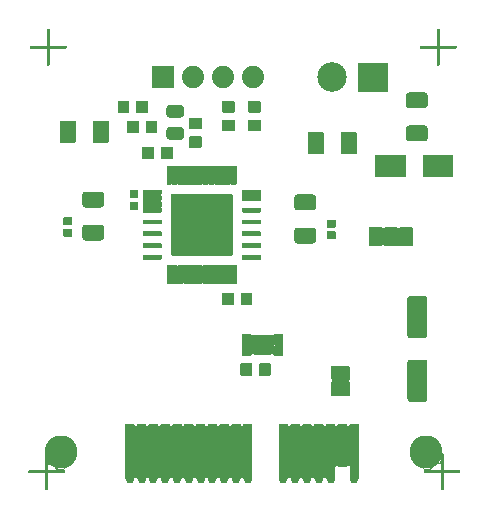
<source format=gts>
G04 #@! TF.GenerationSoftware,KiCad,Pcbnew,(5.99.0-1251-g6aaee01f1)*
G04 #@! TF.CreationDate,2020-04-08T18:39:48-07:00*
G04 #@! TF.ProjectId,TMC2130_Driver,544d4332-3133-4305-9f44-72697665722e,rev?*
G04 #@! TF.SameCoordinates,PX67f3540PY6cb8080*
G04 #@! TF.FileFunction,Soldermask,Top*
G04 #@! TF.FilePolarity,Negative*
%FSLAX46Y46*%
G04 Gerber Fmt 4.6, Leading zero omitted, Abs format (unit mm)*
G04 Created by KiCad (PCBNEW (5.99.0-1251-g6aaee01f1)) date 2020-04-08 18:39:48*
%MOMM*%
%LPD*%
G01*
G04 APERTURE LIST*
%ADD10C,2.502000*%
%ADD11C,1.880000*%
%ADD12C,0.752000*%
%ADD13C,2.802000*%
G04 APERTURE END LIST*
G36*
G01*
X6205600Y23974000D02*
X4894400Y23974000D01*
G75*
G02*
X4624000Y24244400I0J270400D01*
G01*
X4624000Y25055600D01*
G75*
G02*
X4894400Y25326000I270400J0D01*
G01*
X6205600Y25326000D01*
G75*
G02*
X6476000Y25055600I0J-270400D01*
G01*
X6476000Y24244400D01*
G75*
G02*
X6205600Y23974000I-270400J0D01*
G01*
G37*
G36*
G01*
X6205600Y21174000D02*
X4894400Y21174000D01*
G75*
G02*
X4624000Y21444400I0J270400D01*
G01*
X4624000Y22255600D01*
G75*
G02*
X4894400Y22526000I270400J0D01*
G01*
X6205600Y22526000D01*
G75*
G02*
X6476000Y22255600I0J-270400D01*
G01*
X6476000Y21444400D01*
G75*
G02*
X6205600Y21174000I-270400J0D01*
G01*
G37*
G36*
G01*
X24155600Y23724000D02*
X22844400Y23724000D01*
G75*
G02*
X22574000Y23994400I0J270400D01*
G01*
X22574000Y24805600D01*
G75*
G02*
X22844400Y25076000I270400J0D01*
G01*
X24155600Y25076000D01*
G75*
G02*
X24426000Y24805600I0J-270400D01*
G01*
X24426000Y23994400D01*
G75*
G02*
X24155600Y23724000I-270400J0D01*
G01*
G37*
G36*
G01*
X24155600Y20924000D02*
X22844400Y20924000D01*
G75*
G02*
X22574000Y21194400I0J270400D01*
G01*
X22574000Y22005600D01*
G75*
G02*
X22844400Y22276000I270400J0D01*
G01*
X24155600Y22276000D01*
G75*
G02*
X24426000Y22005600I0J-270400D01*
G01*
X24426000Y21194400D01*
G75*
G02*
X24155600Y20924000I-270400J0D01*
G01*
G37*
G36*
G01*
X12981750Y31586500D02*
X12018250Y31586500D01*
G75*
G02*
X11749000Y31855750I0J269250D01*
G01*
X11749000Y32394250D01*
G75*
G02*
X12018250Y32663500I269250J0D01*
G01*
X12981750Y32663500D01*
G75*
G02*
X13251000Y32394250I0J-269250D01*
G01*
X13251000Y31855750D01*
G75*
G02*
X12981750Y31586500I-269250J0D01*
G01*
G37*
G36*
G01*
X12981750Y29711500D02*
X12018250Y29711500D01*
G75*
G02*
X11749000Y29980750I0J269250D01*
G01*
X11749000Y30519250D01*
G75*
G02*
X12018250Y30788500I269250J0D01*
G01*
X12981750Y30788500D01*
G75*
G02*
X13251000Y30519250I0J-269250D01*
G01*
X13251000Y29980750D01*
G75*
G02*
X12981750Y29711500I-269250J0D01*
G01*
G37*
G36*
G01*
X32294400Y30926000D02*
X33605600Y30926000D01*
G75*
G02*
X33876000Y30655600I0J-270400D01*
G01*
X33876000Y29844400D01*
G75*
G02*
X33605600Y29574000I-270400J0D01*
G01*
X32294400Y29574000D01*
G75*
G02*
X32024000Y29844400I0J270400D01*
G01*
X32024000Y30655600D01*
G75*
G02*
X32294400Y30926000I270400J0D01*
G01*
G37*
G36*
G01*
X32294400Y33726000D02*
X33605600Y33726000D01*
G75*
G02*
X33876000Y33455600I0J-270400D01*
G01*
X33876000Y32644400D01*
G75*
G02*
X33605600Y32374000I-270400J0D01*
G01*
X32294400Y32374000D01*
G75*
G02*
X32024000Y32644400I0J270400D01*
G01*
X32024000Y33455600D01*
G75*
G02*
X32294400Y33726000I270400J0D01*
G01*
G37*
G36*
G01*
X32051000Y28400000D02*
X32051000Y26600000D01*
G75*
G02*
X32000000Y26549000I-51000J0D01*
G01*
X29500000Y26549000D01*
G75*
G02*
X29449000Y26600000I0J51000D01*
G01*
X29449000Y28400000D01*
G75*
G02*
X29500000Y28451000I51000J0D01*
G01*
X32000000Y28451000D01*
G75*
G02*
X32051000Y28400000I0J-51000D01*
G01*
G37*
G36*
G01*
X36051000Y28400000D02*
X36051000Y26600000D01*
G75*
G02*
X36000000Y26549000I-51000J0D01*
G01*
X33500000Y26549000D01*
G75*
G02*
X33449000Y26600000I0J51000D01*
G01*
X33449000Y28400000D01*
G75*
G02*
X33500000Y28451000I51000J0D01*
G01*
X36000000Y28451000D01*
G75*
G02*
X36051000Y28400000I0J-51000D01*
G01*
G37*
G36*
G01*
X12150000Y17499000D02*
X11850000Y17499000D01*
G75*
G02*
X11799000Y17550000I0J51000D01*
G01*
X11799000Y19050000D01*
G75*
G02*
X11850000Y19101000I51000J0D01*
G01*
X12150000Y19101000D01*
G75*
G02*
X12201000Y19050000I0J-51000D01*
G01*
X12201000Y17550000D01*
G75*
G02*
X12150000Y17499000I-51000J0D01*
G01*
G37*
G36*
G01*
X12650000Y17499000D02*
X12350000Y17499000D01*
G75*
G02*
X12299000Y17550000I0J51000D01*
G01*
X12299000Y19050000D01*
G75*
G02*
X12350000Y19101000I51000J0D01*
G01*
X12650000Y19101000D01*
G75*
G02*
X12701000Y19050000I0J-51000D01*
G01*
X12701000Y17550000D01*
G75*
G02*
X12650000Y17499000I-51000J0D01*
G01*
G37*
G36*
G01*
X13150000Y17499000D02*
X12850000Y17499000D01*
G75*
G02*
X12799000Y17550000I0J51000D01*
G01*
X12799000Y19050000D01*
G75*
G02*
X12850000Y19101000I51000J0D01*
G01*
X13150000Y19101000D01*
G75*
G02*
X13201000Y19050000I0J-51000D01*
G01*
X13201000Y17550000D01*
G75*
G02*
X13150000Y17499000I-51000J0D01*
G01*
G37*
G36*
G01*
X13650000Y17499000D02*
X13350000Y17499000D01*
G75*
G02*
X13299000Y17550000I0J51000D01*
G01*
X13299000Y19050000D01*
G75*
G02*
X13350000Y19101000I51000J0D01*
G01*
X13650000Y19101000D01*
G75*
G02*
X13701000Y19050000I0J-51000D01*
G01*
X13701000Y17550000D01*
G75*
G02*
X13650000Y17499000I-51000J0D01*
G01*
G37*
G36*
G01*
X14150000Y17499000D02*
X13850000Y17499000D01*
G75*
G02*
X13799000Y17550000I0J51000D01*
G01*
X13799000Y19050000D01*
G75*
G02*
X13850000Y19101000I51000J0D01*
G01*
X14150000Y19101000D01*
G75*
G02*
X14201000Y19050000I0J-51000D01*
G01*
X14201000Y17550000D01*
G75*
G02*
X14150000Y17499000I-51000J0D01*
G01*
G37*
G36*
G01*
X14650000Y17499000D02*
X14350000Y17499000D01*
G75*
G02*
X14299000Y17550000I0J51000D01*
G01*
X14299000Y19050000D01*
G75*
G02*
X14350000Y19101000I51000J0D01*
G01*
X14650000Y19101000D01*
G75*
G02*
X14701000Y19050000I0J-51000D01*
G01*
X14701000Y17550000D01*
G75*
G02*
X14650000Y17499000I-51000J0D01*
G01*
G37*
G36*
G01*
X15150000Y17499000D02*
X14850000Y17499000D01*
G75*
G02*
X14799000Y17550000I0J51000D01*
G01*
X14799000Y19050000D01*
G75*
G02*
X14850000Y19101000I51000J0D01*
G01*
X15150000Y19101000D01*
G75*
G02*
X15201000Y19050000I0J-51000D01*
G01*
X15201000Y17550000D01*
G75*
G02*
X15150000Y17499000I-51000J0D01*
G01*
G37*
G36*
G01*
X15650000Y17499000D02*
X15350000Y17499000D01*
G75*
G02*
X15299000Y17550000I0J51000D01*
G01*
X15299000Y19050000D01*
G75*
G02*
X15350000Y19101000I51000J0D01*
G01*
X15650000Y19101000D01*
G75*
G02*
X15701000Y19050000I0J-51000D01*
G01*
X15701000Y17550000D01*
G75*
G02*
X15650000Y17499000I-51000J0D01*
G01*
G37*
G36*
G01*
X16150000Y17499000D02*
X15850000Y17499000D01*
G75*
G02*
X15799000Y17550000I0J51000D01*
G01*
X15799000Y19050000D01*
G75*
G02*
X15850000Y19101000I51000J0D01*
G01*
X16150000Y19101000D01*
G75*
G02*
X16201000Y19050000I0J-51000D01*
G01*
X16201000Y17550000D01*
G75*
G02*
X16150000Y17499000I-51000J0D01*
G01*
G37*
G36*
G01*
X16650000Y17499000D02*
X16350000Y17499000D01*
G75*
G02*
X16299000Y17550000I0J51000D01*
G01*
X16299000Y19050000D01*
G75*
G02*
X16350000Y19101000I51000J0D01*
G01*
X16650000Y19101000D01*
G75*
G02*
X16701000Y19050000I0J-51000D01*
G01*
X16701000Y17550000D01*
G75*
G02*
X16650000Y17499000I-51000J0D01*
G01*
G37*
G36*
G01*
X17150000Y17499000D02*
X16850000Y17499000D01*
G75*
G02*
X16799000Y17550000I0J51000D01*
G01*
X16799000Y19050000D01*
G75*
G02*
X16850000Y19101000I51000J0D01*
G01*
X17150000Y19101000D01*
G75*
G02*
X17201000Y19050000I0J-51000D01*
G01*
X17201000Y17550000D01*
G75*
G02*
X17150000Y17499000I-51000J0D01*
G01*
G37*
G36*
G01*
X17650000Y17499000D02*
X17350000Y17499000D01*
G75*
G02*
X17299000Y17550000I0J51000D01*
G01*
X17299000Y19050000D01*
G75*
G02*
X17350000Y19101000I51000J0D01*
G01*
X17650000Y19101000D01*
G75*
G02*
X17701000Y19050000I0J-51000D01*
G01*
X17701000Y17550000D01*
G75*
G02*
X17650000Y17499000I-51000J0D01*
G01*
G37*
G36*
G01*
X19751000Y19900000D02*
X19751000Y19600000D01*
G75*
G02*
X19700000Y19549000I-51000J0D01*
G01*
X18200000Y19549000D01*
G75*
G02*
X18149000Y19600000I0J51000D01*
G01*
X18149000Y19900000D01*
G75*
G02*
X18200000Y19951000I51000J0D01*
G01*
X19700000Y19951000D01*
G75*
G02*
X19751000Y19900000I0J-51000D01*
G01*
G37*
G36*
G01*
X19751000Y20900000D02*
X19751000Y20600000D01*
G75*
G02*
X19700000Y20549000I-51000J0D01*
G01*
X18200000Y20549000D01*
G75*
G02*
X18149000Y20600000I0J51000D01*
G01*
X18149000Y20900000D01*
G75*
G02*
X18200000Y20951000I51000J0D01*
G01*
X19700000Y20951000D01*
G75*
G02*
X19751000Y20900000I0J-51000D01*
G01*
G37*
G36*
G01*
X19751000Y21900000D02*
X19751000Y21600000D01*
G75*
G02*
X19700000Y21549000I-51000J0D01*
G01*
X18200000Y21549000D01*
G75*
G02*
X18149000Y21600000I0J51000D01*
G01*
X18149000Y21900000D01*
G75*
G02*
X18200000Y21951000I51000J0D01*
G01*
X19700000Y21951000D01*
G75*
G02*
X19751000Y21900000I0J-51000D01*
G01*
G37*
G36*
G01*
X19751000Y22900000D02*
X19751000Y22600000D01*
G75*
G02*
X19700000Y22549000I-51000J0D01*
G01*
X18200000Y22549000D01*
G75*
G02*
X18149000Y22600000I0J51000D01*
G01*
X18149000Y22900000D01*
G75*
G02*
X18200000Y22951000I51000J0D01*
G01*
X19700000Y22951000D01*
G75*
G02*
X19751000Y22900000I0J-51000D01*
G01*
G37*
G36*
G01*
X19751000Y23900000D02*
X19751000Y23600000D01*
G75*
G02*
X19700000Y23549000I-51000J0D01*
G01*
X18200000Y23549000D01*
G75*
G02*
X18149000Y23600000I0J51000D01*
G01*
X18149000Y23900000D01*
G75*
G02*
X18200000Y23951000I51000J0D01*
G01*
X19700000Y23951000D01*
G75*
G02*
X19751000Y23900000I0J-51000D01*
G01*
G37*
G36*
G01*
X19751000Y24900000D02*
X19751000Y24600000D01*
G75*
G02*
X19700000Y24549000I-51000J0D01*
G01*
X18200000Y24549000D01*
G75*
G02*
X18149000Y24600000I0J51000D01*
G01*
X18149000Y24900000D01*
G75*
G02*
X18200000Y24951000I51000J0D01*
G01*
X19700000Y24951000D01*
G75*
G02*
X19751000Y24900000I0J-51000D01*
G01*
G37*
G36*
G01*
X19751000Y25400000D02*
X19751000Y25100000D01*
G75*
G02*
X19700000Y25049000I-51000J0D01*
G01*
X18200000Y25049000D01*
G75*
G02*
X18149000Y25100000I0J51000D01*
G01*
X18149000Y25400000D01*
G75*
G02*
X18200000Y25451000I51000J0D01*
G01*
X19700000Y25451000D01*
G75*
G02*
X19751000Y25400000I0J-51000D01*
G01*
G37*
G36*
G01*
X17650000Y25899000D02*
X17350000Y25899000D01*
G75*
G02*
X17299000Y25950000I0J51000D01*
G01*
X17299000Y27450000D01*
G75*
G02*
X17350000Y27501000I51000J0D01*
G01*
X17650000Y27501000D01*
G75*
G02*
X17701000Y27450000I0J-51000D01*
G01*
X17701000Y25950000D01*
G75*
G02*
X17650000Y25899000I-51000J0D01*
G01*
G37*
G36*
G01*
X17150000Y25899000D02*
X16850000Y25899000D01*
G75*
G02*
X16799000Y25950000I0J51000D01*
G01*
X16799000Y27450000D01*
G75*
G02*
X16850000Y27501000I51000J0D01*
G01*
X17150000Y27501000D01*
G75*
G02*
X17201000Y27450000I0J-51000D01*
G01*
X17201000Y25950000D01*
G75*
G02*
X17150000Y25899000I-51000J0D01*
G01*
G37*
G36*
G01*
X16650000Y25899000D02*
X16350000Y25899000D01*
G75*
G02*
X16299000Y25950000I0J51000D01*
G01*
X16299000Y27450000D01*
G75*
G02*
X16350000Y27501000I51000J0D01*
G01*
X16650000Y27501000D01*
G75*
G02*
X16701000Y27450000I0J-51000D01*
G01*
X16701000Y25950000D01*
G75*
G02*
X16650000Y25899000I-51000J0D01*
G01*
G37*
G36*
G01*
X16150000Y25899000D02*
X15850000Y25899000D01*
G75*
G02*
X15799000Y25950000I0J51000D01*
G01*
X15799000Y27450000D01*
G75*
G02*
X15850000Y27501000I51000J0D01*
G01*
X16150000Y27501000D01*
G75*
G02*
X16201000Y27450000I0J-51000D01*
G01*
X16201000Y25950000D01*
G75*
G02*
X16150000Y25899000I-51000J0D01*
G01*
G37*
G36*
G01*
X15650000Y25899000D02*
X15350000Y25899000D01*
G75*
G02*
X15299000Y25950000I0J51000D01*
G01*
X15299000Y27450000D01*
G75*
G02*
X15350000Y27501000I51000J0D01*
G01*
X15650000Y27501000D01*
G75*
G02*
X15701000Y27450000I0J-51000D01*
G01*
X15701000Y25950000D01*
G75*
G02*
X15650000Y25899000I-51000J0D01*
G01*
G37*
G36*
G01*
X15150000Y25899000D02*
X14850000Y25899000D01*
G75*
G02*
X14799000Y25950000I0J51000D01*
G01*
X14799000Y27450000D01*
G75*
G02*
X14850000Y27501000I51000J0D01*
G01*
X15150000Y27501000D01*
G75*
G02*
X15201000Y27450000I0J-51000D01*
G01*
X15201000Y25950000D01*
G75*
G02*
X15150000Y25899000I-51000J0D01*
G01*
G37*
G36*
G01*
X14650000Y25899000D02*
X14350000Y25899000D01*
G75*
G02*
X14299000Y25950000I0J51000D01*
G01*
X14299000Y27450000D01*
G75*
G02*
X14350000Y27501000I51000J0D01*
G01*
X14650000Y27501000D01*
G75*
G02*
X14701000Y27450000I0J-51000D01*
G01*
X14701000Y25950000D01*
G75*
G02*
X14650000Y25899000I-51000J0D01*
G01*
G37*
G36*
G01*
X14150000Y25899000D02*
X13850000Y25899000D01*
G75*
G02*
X13799000Y25950000I0J51000D01*
G01*
X13799000Y27450000D01*
G75*
G02*
X13850000Y27501000I51000J0D01*
G01*
X14150000Y27501000D01*
G75*
G02*
X14201000Y27450000I0J-51000D01*
G01*
X14201000Y25950000D01*
G75*
G02*
X14150000Y25899000I-51000J0D01*
G01*
G37*
G36*
G01*
X13650000Y25899000D02*
X13350000Y25899000D01*
G75*
G02*
X13299000Y25950000I0J51000D01*
G01*
X13299000Y27450000D01*
G75*
G02*
X13350000Y27501000I51000J0D01*
G01*
X13650000Y27501000D01*
G75*
G02*
X13701000Y27450000I0J-51000D01*
G01*
X13701000Y25950000D01*
G75*
G02*
X13650000Y25899000I-51000J0D01*
G01*
G37*
G36*
G01*
X13150000Y25899000D02*
X12850000Y25899000D01*
G75*
G02*
X12799000Y25950000I0J51000D01*
G01*
X12799000Y27450000D01*
G75*
G02*
X12850000Y27501000I51000J0D01*
G01*
X13150000Y27501000D01*
G75*
G02*
X13201000Y27450000I0J-51000D01*
G01*
X13201000Y25950000D01*
G75*
G02*
X13150000Y25899000I-51000J0D01*
G01*
G37*
G36*
G01*
X12650000Y25899000D02*
X12350000Y25899000D01*
G75*
G02*
X12299000Y25950000I0J51000D01*
G01*
X12299000Y27450000D01*
G75*
G02*
X12350000Y27501000I51000J0D01*
G01*
X12650000Y27501000D01*
G75*
G02*
X12701000Y27450000I0J-51000D01*
G01*
X12701000Y25950000D01*
G75*
G02*
X12650000Y25899000I-51000J0D01*
G01*
G37*
G36*
G01*
X12150000Y25899000D02*
X11850000Y25899000D01*
G75*
G02*
X11799000Y25950000I0J51000D01*
G01*
X11799000Y27450000D01*
G75*
G02*
X11850000Y27501000I51000J0D01*
G01*
X12150000Y27501000D01*
G75*
G02*
X12201000Y27450000I0J-51000D01*
G01*
X12201000Y25950000D01*
G75*
G02*
X12150000Y25899000I-51000J0D01*
G01*
G37*
G36*
G01*
X11351000Y25400000D02*
X11351000Y25100000D01*
G75*
G02*
X11300000Y25049000I-51000J0D01*
G01*
X9800000Y25049000D01*
G75*
G02*
X9749000Y25100000I0J51000D01*
G01*
X9749000Y25400000D01*
G75*
G02*
X9800000Y25451000I51000J0D01*
G01*
X11300000Y25451000D01*
G75*
G02*
X11351000Y25400000I0J-51000D01*
G01*
G37*
G36*
G01*
X11351000Y24900000D02*
X11351000Y24600000D01*
G75*
G02*
X11300000Y24549000I-51000J0D01*
G01*
X9800000Y24549000D01*
G75*
G02*
X9749000Y24600000I0J51000D01*
G01*
X9749000Y24900000D01*
G75*
G02*
X9800000Y24951000I51000J0D01*
G01*
X11300000Y24951000D01*
G75*
G02*
X11351000Y24900000I0J-51000D01*
G01*
G37*
G36*
G01*
X11351000Y24400000D02*
X11351000Y24100000D01*
G75*
G02*
X11300000Y24049000I-51000J0D01*
G01*
X9800000Y24049000D01*
G75*
G02*
X9749000Y24100000I0J51000D01*
G01*
X9749000Y24400000D01*
G75*
G02*
X9800000Y24451000I51000J0D01*
G01*
X11300000Y24451000D01*
G75*
G02*
X11351000Y24400000I0J-51000D01*
G01*
G37*
G36*
G01*
X11351000Y23900000D02*
X11351000Y23600000D01*
G75*
G02*
X11300000Y23549000I-51000J0D01*
G01*
X9800000Y23549000D01*
G75*
G02*
X9749000Y23600000I0J51000D01*
G01*
X9749000Y23900000D01*
G75*
G02*
X9800000Y23951000I51000J0D01*
G01*
X11300000Y23951000D01*
G75*
G02*
X11351000Y23900000I0J-51000D01*
G01*
G37*
G36*
G01*
X11351000Y22900000D02*
X11351000Y22600000D01*
G75*
G02*
X11300000Y22549000I-51000J0D01*
G01*
X9800000Y22549000D01*
G75*
G02*
X9749000Y22600000I0J51000D01*
G01*
X9749000Y22900000D01*
G75*
G02*
X9800000Y22951000I51000J0D01*
G01*
X11300000Y22951000D01*
G75*
G02*
X11351000Y22900000I0J-51000D01*
G01*
G37*
G36*
G01*
X11351000Y21900000D02*
X11351000Y21600000D01*
G75*
G02*
X11300000Y21549000I-51000J0D01*
G01*
X9800000Y21549000D01*
G75*
G02*
X9749000Y21600000I0J51000D01*
G01*
X9749000Y21900000D01*
G75*
G02*
X9800000Y21951000I51000J0D01*
G01*
X11300000Y21951000D01*
G75*
G02*
X11351000Y21900000I0J-51000D01*
G01*
G37*
G36*
G01*
X11351000Y20900000D02*
X11351000Y20600000D01*
G75*
G02*
X11300000Y20549000I-51000J0D01*
G01*
X9800000Y20549000D01*
G75*
G02*
X9749000Y20600000I0J51000D01*
G01*
X9749000Y20900000D01*
G75*
G02*
X9800000Y20951000I51000J0D01*
G01*
X11300000Y20951000D01*
G75*
G02*
X11351000Y20900000I0J-51000D01*
G01*
G37*
G36*
G01*
X11351000Y19900000D02*
X11351000Y19600000D01*
G75*
G02*
X11300000Y19549000I-51000J0D01*
G01*
X9800000Y19549000D01*
G75*
G02*
X9749000Y19600000I0J51000D01*
G01*
X9749000Y19900000D01*
G75*
G02*
X9800000Y19951000I51000J0D01*
G01*
X11300000Y19951000D01*
G75*
G02*
X11351000Y19900000I0J-51000D01*
G01*
G37*
G36*
G01*
X17300000Y19899000D02*
X12200000Y19899000D01*
G75*
G02*
X12149000Y19950000I0J51000D01*
G01*
X12149000Y25050000D01*
G75*
G02*
X12200000Y25101000I51000J0D01*
G01*
X17300000Y25101000D01*
G75*
G02*
X17351000Y25050000I0J-51000D01*
G01*
X17351000Y19950000D01*
G75*
G02*
X17300000Y19899000I-51000J0D01*
G01*
G37*
G36*
X27278289Y9432565D02*
G01*
X26528289Y8932565D01*
X26471710Y8932565D01*
X25721710Y9432566D01*
X25699000Y9475001D01*
X25699001Y10475000D01*
X25718203Y10514873D01*
X25750001Y10526000D01*
X27250000Y10525999D01*
X27289873Y10506797D01*
X27301000Y10474999D01*
X27300999Y9475000D01*
X27278289Y9432565D01*
G37*
G36*
X27281797Y7985127D02*
G01*
X27249999Y7974000D01*
X25750000Y7974001D01*
X25710127Y7993203D01*
X25699000Y8025001D01*
X25699001Y9175000D01*
X25718203Y9214873D01*
X25778291Y9217435D01*
X26500000Y8736295D01*
X27221710Y9217434D01*
X27265538Y9223574D01*
X27301000Y9174999D01*
X27300999Y8025000D01*
X27281797Y7985127D01*
G37*
G36*
G01*
X30199000Y20750000D02*
X30199000Y22250000D01*
G75*
G02*
X30250000Y22301000I51000J0D01*
G01*
X31250000Y22301000D01*
G75*
G02*
X31301000Y22250000I0J-51000D01*
G01*
X31301000Y20750000D01*
G75*
G02*
X31250000Y20699000I-51000J0D01*
G01*
X30250000Y20699000D01*
G75*
G02*
X30199000Y20750000I0J51000D01*
G01*
G37*
G36*
G01*
X31499000Y20750000D02*
X31499000Y22250000D01*
G75*
G02*
X31550000Y22301000I51000J0D01*
G01*
X32550000Y22301000D01*
G75*
G02*
X32601000Y22250000I0J-51000D01*
G01*
X32601000Y20750000D01*
G75*
G02*
X32550000Y20699000I-51000J0D01*
G01*
X31550000Y20699000D01*
G75*
G02*
X31499000Y20750000I0J51000D01*
G01*
G37*
G36*
G01*
X28899000Y20750000D02*
X28899000Y22250000D01*
G75*
G02*
X28950000Y22301000I51000J0D01*
G01*
X29950000Y22301000D01*
G75*
G02*
X30001000Y22250000I0J-51000D01*
G01*
X30001000Y20750000D01*
G75*
G02*
X29950000Y20699000I-51000J0D01*
G01*
X28950000Y20699000D01*
G75*
G02*
X28899000Y20750000I0J51000D01*
G01*
G37*
D10*
X25750000Y35000000D03*
G36*
G01*
X30501000Y36200000D02*
X30501000Y33800000D01*
G75*
G02*
X30450000Y33749000I-51000J0D01*
G01*
X28050000Y33749000D01*
G75*
G02*
X27999000Y33800000I0J51000D01*
G01*
X27999000Y36200000D01*
G75*
G02*
X28050000Y36251000I51000J0D01*
G01*
X30450000Y36251000D01*
G75*
G02*
X30501000Y36200000I0J-51000D01*
G01*
G37*
G36*
G01*
X3720000Y21484000D02*
X3080000Y21484000D01*
G75*
G02*
X3029000Y21535000I0J51000D01*
G01*
X3029000Y22125000D01*
G75*
G02*
X3080000Y22176000I51000J0D01*
G01*
X3720000Y22176000D01*
G75*
G02*
X3771000Y22125000I0J-51000D01*
G01*
X3771000Y21535000D01*
G75*
G02*
X3720000Y21484000I-51000J0D01*
G01*
G37*
G36*
G01*
X3720000Y22454000D02*
X3080000Y22454000D01*
G75*
G02*
X3029000Y22505000I0J51000D01*
G01*
X3029000Y23095000D01*
G75*
G02*
X3080000Y23146000I51000J0D01*
G01*
X3720000Y23146000D01*
G75*
G02*
X3771000Y23095000I0J-51000D01*
G01*
X3771000Y22505000D01*
G75*
G02*
X3720000Y22454000I-51000J0D01*
G01*
G37*
G36*
G01*
X8424000Y30325000D02*
X8424000Y31275000D01*
G75*
G02*
X8475000Y31326000I51000J0D01*
G01*
X9350000Y31326000D01*
G75*
G02*
X9401000Y31275000I0J-51000D01*
G01*
X9401000Y30325000D01*
G75*
G02*
X9350000Y30274000I-51000J0D01*
G01*
X8475000Y30274000D01*
G75*
G02*
X8424000Y30325000I0J51000D01*
G01*
G37*
G36*
G01*
X9999000Y30325000D02*
X9999000Y31275000D01*
G75*
G02*
X10050000Y31326000I51000J0D01*
G01*
X10925000Y31326000D01*
G75*
G02*
X10976000Y31275000I0J-51000D01*
G01*
X10976000Y30325000D01*
G75*
G02*
X10925000Y30274000I-51000J0D01*
G01*
X10050000Y30274000D01*
G75*
G02*
X9999000Y30325000I0J51000D01*
G01*
G37*
G36*
G01*
X26020000Y21269000D02*
X25380000Y21269000D01*
G75*
G02*
X25329000Y21320000I0J51000D01*
G01*
X25329000Y21910000D01*
G75*
G02*
X25380000Y21961000I51000J0D01*
G01*
X26020000Y21961000D01*
G75*
G02*
X26071000Y21910000I0J-51000D01*
G01*
X26071000Y21320000D01*
G75*
G02*
X26020000Y21269000I-51000J0D01*
G01*
G37*
G36*
G01*
X26020000Y22239000D02*
X25380000Y22239000D01*
G75*
G02*
X25329000Y22290000I0J51000D01*
G01*
X25329000Y22880000D01*
G75*
G02*
X25380000Y22931000I51000J0D01*
G01*
X26020000Y22931000D01*
G75*
G02*
X26071000Y22880000I0J-51000D01*
G01*
X26071000Y22290000D01*
G75*
G02*
X26020000Y22239000I-51000J0D01*
G01*
G37*
G36*
G01*
X9320000Y23769000D02*
X8680000Y23769000D01*
G75*
G02*
X8629000Y23820000I0J51000D01*
G01*
X8629000Y24410000D01*
G75*
G02*
X8680000Y24461000I51000J0D01*
G01*
X9320000Y24461000D01*
G75*
G02*
X9371000Y24410000I0J-51000D01*
G01*
X9371000Y23820000D01*
G75*
G02*
X9320000Y23769000I-51000J0D01*
G01*
G37*
G36*
G01*
X9320000Y24739000D02*
X8680000Y24739000D01*
G75*
G02*
X8629000Y24790000I0J51000D01*
G01*
X8629000Y25380000D01*
G75*
G02*
X8680000Y25431000I51000J0D01*
G01*
X9320000Y25431000D01*
G75*
G02*
X9371000Y25380000I0J-51000D01*
G01*
X9371000Y24790000D01*
G75*
G02*
X9320000Y24739000I-51000J0D01*
G01*
G37*
G36*
G01*
X13725000Y31576000D02*
X14675000Y31576000D01*
G75*
G02*
X14726000Y31525000I0J-51000D01*
G01*
X14726000Y30650000D01*
G75*
G02*
X14675000Y30599000I-51000J0D01*
G01*
X13725000Y30599000D01*
G75*
G02*
X13674000Y30650000I0J51000D01*
G01*
X13674000Y31525000D01*
G75*
G02*
X13725000Y31576000I51000J0D01*
G01*
G37*
G36*
G01*
X13725000Y30001000D02*
X14675000Y30001000D01*
G75*
G02*
X14726000Y29950000I0J-51000D01*
G01*
X14726000Y29075000D01*
G75*
G02*
X14675000Y29024000I-51000J0D01*
G01*
X13725000Y29024000D01*
G75*
G02*
X13674000Y29075000I0J51000D01*
G01*
X13674000Y29950000D01*
G75*
G02*
X13725000Y30001000I51000J0D01*
G01*
G37*
G36*
G01*
X23724000Y28525000D02*
X23724000Y30275000D01*
G75*
G02*
X23775000Y30326000I51000J0D01*
G01*
X25025000Y30326000D01*
G75*
G02*
X25076000Y30275000I0J-51000D01*
G01*
X25076000Y28525000D01*
G75*
G02*
X25025000Y28474000I-51000J0D01*
G01*
X23775000Y28474000D01*
G75*
G02*
X23724000Y28525000I0J51000D01*
G01*
G37*
G36*
G01*
X26524000Y28525000D02*
X26524000Y30275000D01*
G75*
G02*
X26575000Y30326000I51000J0D01*
G01*
X27825000Y30326000D01*
G75*
G02*
X27876000Y30275000I0J-51000D01*
G01*
X27876000Y28525000D01*
G75*
G02*
X27825000Y28474000I-51000J0D01*
G01*
X26575000Y28474000D01*
G75*
G02*
X26524000Y28525000I0J51000D01*
G01*
G37*
G36*
G01*
X32414937Y11101000D02*
X33585063Y11101000D01*
G75*
G02*
X33851000Y10835063I0J-265937D01*
G01*
X33851000Y7764937D01*
G75*
G02*
X33585063Y7499000I-265937J0D01*
G01*
X32414937Y7499000D01*
G75*
G02*
X32149000Y7764937I0J265937D01*
G01*
X32149000Y10835063D01*
G75*
G02*
X32414937Y11101000I265937J0D01*
G01*
G37*
G36*
G01*
X32414937Y16501000D02*
X33585063Y16501000D01*
G75*
G02*
X33851000Y16235063I0J-265937D01*
G01*
X33851000Y13164937D01*
G75*
G02*
X33585063Y12899000I-265937J0D01*
G01*
X32414937Y12899000D01*
G75*
G02*
X32149000Y13164937I0J265937D01*
G01*
X32149000Y16235063D01*
G75*
G02*
X32414937Y16501000I265937J0D01*
G01*
G37*
G36*
G01*
X21651000Y11750000D02*
X21651000Y11450000D01*
G75*
G02*
X21600000Y11399000I-51000J0D01*
G01*
X20920000Y11399000D01*
G75*
G02*
X20869000Y11450000I0J51000D01*
G01*
X20869000Y11750000D01*
G75*
G02*
X20920000Y11801000I51000J0D01*
G01*
X21600000Y11801000D01*
G75*
G02*
X21651000Y11750000I0J-51000D01*
G01*
G37*
G36*
G01*
X21651000Y12250000D02*
X21651000Y11950000D01*
G75*
G02*
X21600000Y11899000I-51000J0D01*
G01*
X20920000Y11899000D01*
G75*
G02*
X20869000Y11950000I0J51000D01*
G01*
X20869000Y12250000D01*
G75*
G02*
X20920000Y12301000I51000J0D01*
G01*
X21600000Y12301000D01*
G75*
G02*
X21651000Y12250000I0J-51000D01*
G01*
G37*
G36*
G01*
X21651000Y12750000D02*
X21651000Y12450000D01*
G75*
G02*
X21600000Y12399000I-51000J0D01*
G01*
X20920000Y12399000D01*
G75*
G02*
X20869000Y12450000I0J51000D01*
G01*
X20869000Y12750000D01*
G75*
G02*
X20920000Y12801000I51000J0D01*
G01*
X21600000Y12801000D01*
G75*
G02*
X21651000Y12750000I0J-51000D01*
G01*
G37*
G36*
G01*
X21651000Y13250000D02*
X21651000Y12950000D01*
G75*
G02*
X21600000Y12899000I-51000J0D01*
G01*
X20920000Y12899000D01*
G75*
G02*
X20869000Y12950000I0J51000D01*
G01*
X20869000Y13250000D01*
G75*
G02*
X20920000Y13301000I51000J0D01*
G01*
X21600000Y13301000D01*
G75*
G02*
X21651000Y13250000I0J-51000D01*
G01*
G37*
G36*
G01*
X18931000Y11750000D02*
X18931000Y11450000D01*
G75*
G02*
X18880000Y11399000I-51000J0D01*
G01*
X18200000Y11399000D01*
G75*
G02*
X18149000Y11450000I0J51000D01*
G01*
X18149000Y11750000D01*
G75*
G02*
X18200000Y11801000I51000J0D01*
G01*
X18880000Y11801000D01*
G75*
G02*
X18931000Y11750000I0J-51000D01*
G01*
G37*
G36*
G01*
X18931000Y12250000D02*
X18931000Y11950000D01*
G75*
G02*
X18880000Y11899000I-51000J0D01*
G01*
X18200000Y11899000D01*
G75*
G02*
X18149000Y11950000I0J51000D01*
G01*
X18149000Y12250000D01*
G75*
G02*
X18200000Y12301000I51000J0D01*
G01*
X18880000Y12301000D01*
G75*
G02*
X18931000Y12250000I0J-51000D01*
G01*
G37*
G36*
G01*
X18931000Y12750000D02*
X18931000Y12450000D01*
G75*
G02*
X18880000Y12399000I-51000J0D01*
G01*
X18200000Y12399000D01*
G75*
G02*
X18149000Y12450000I0J51000D01*
G01*
X18149000Y12750000D01*
G75*
G02*
X18200000Y12801000I51000J0D01*
G01*
X18880000Y12801000D01*
G75*
G02*
X18931000Y12750000I0J-51000D01*
G01*
G37*
G36*
G01*
X18931000Y13250000D02*
X18931000Y12950000D01*
G75*
G02*
X18880000Y12899000I-51000J0D01*
G01*
X18200000Y12899000D01*
G75*
G02*
X18149000Y12950000I0J51000D01*
G01*
X18149000Y13250000D01*
G75*
G02*
X18200000Y13301000I51000J0D01*
G01*
X18880000Y13301000D01*
G75*
G02*
X18931000Y13250000I0J-51000D01*
G01*
G37*
G36*
G01*
X20676000Y13130000D02*
X20676000Y11570000D01*
G75*
G02*
X20625000Y11519000I-51000J0D01*
G01*
X19175000Y11519000D01*
G75*
G02*
X19124000Y11570000I0J51000D01*
G01*
X19124000Y13130000D01*
G75*
G02*
X19175000Y13181000I51000J0D01*
G01*
X20625000Y13181000D01*
G75*
G02*
X20676000Y13130000I0J-51000D01*
G01*
G37*
G36*
G01*
X18024000Y9775000D02*
X18024000Y10725000D01*
G75*
G02*
X18075000Y10776000I51000J0D01*
G01*
X18950000Y10776000D01*
G75*
G02*
X19001000Y10725000I0J-51000D01*
G01*
X19001000Y9775000D01*
G75*
G02*
X18950000Y9724000I-51000J0D01*
G01*
X18075000Y9724000D01*
G75*
G02*
X18024000Y9775000I0J51000D01*
G01*
G37*
G36*
G01*
X19599000Y9775000D02*
X19599000Y10725000D01*
G75*
G02*
X19650000Y10776000I51000J0D01*
G01*
X20525000Y10776000D01*
G75*
G02*
X20576000Y10725000I0J-51000D01*
G01*
X20576000Y9775000D01*
G75*
G02*
X20525000Y9724000I-51000J0D01*
G01*
X19650000Y9724000D01*
G75*
G02*
X19599000Y9775000I0J51000D01*
G01*
G37*
G36*
G01*
X19675000Y30424000D02*
X18725000Y30424000D01*
G75*
G02*
X18674000Y30475000I0J51000D01*
G01*
X18674000Y31350000D01*
G75*
G02*
X18725000Y31401000I51000J0D01*
G01*
X19675000Y31401000D01*
G75*
G02*
X19726000Y31350000I0J-51000D01*
G01*
X19726000Y30475000D01*
G75*
G02*
X19675000Y30424000I-51000J0D01*
G01*
G37*
G36*
G01*
X19675000Y31999000D02*
X18725000Y31999000D01*
G75*
G02*
X18674000Y32050000I0J51000D01*
G01*
X18674000Y32925000D01*
G75*
G02*
X18725000Y32976000I51000J0D01*
G01*
X19675000Y32976000D01*
G75*
G02*
X19726000Y32925000I0J-51000D01*
G01*
X19726000Y32050000D01*
G75*
G02*
X19675000Y31999000I-51000J0D01*
G01*
G37*
G36*
G01*
X17475000Y30424000D02*
X16525000Y30424000D01*
G75*
G02*
X16474000Y30475000I0J51000D01*
G01*
X16474000Y31350000D01*
G75*
G02*
X16525000Y31401000I51000J0D01*
G01*
X17475000Y31401000D01*
G75*
G02*
X17526000Y31350000I0J-51000D01*
G01*
X17526000Y30475000D01*
G75*
G02*
X17475000Y30424000I-51000J0D01*
G01*
G37*
G36*
G01*
X17475000Y31999000D02*
X16525000Y31999000D01*
G75*
G02*
X16474000Y32050000I0J51000D01*
G01*
X16474000Y32925000D01*
G75*
G02*
X16525000Y32976000I51000J0D01*
G01*
X17475000Y32976000D01*
G75*
G02*
X17526000Y32925000I0J-51000D01*
G01*
X17526000Y32050000D01*
G75*
G02*
X17475000Y31999000I-51000J0D01*
G01*
G37*
G36*
G01*
X7624000Y32025000D02*
X7624000Y32975000D01*
G75*
G02*
X7675000Y33026000I51000J0D01*
G01*
X8550000Y33026000D01*
G75*
G02*
X8601000Y32975000I0J-51000D01*
G01*
X8601000Y32025000D01*
G75*
G02*
X8550000Y31974000I-51000J0D01*
G01*
X7675000Y31974000D01*
G75*
G02*
X7624000Y32025000I0J51000D01*
G01*
G37*
G36*
G01*
X9199000Y32025000D02*
X9199000Y32975000D01*
G75*
G02*
X9250000Y33026000I51000J0D01*
G01*
X10125000Y33026000D01*
G75*
G02*
X10176000Y32975000I0J-51000D01*
G01*
X10176000Y32025000D01*
G75*
G02*
X10125000Y31974000I-51000J0D01*
G01*
X9250000Y31974000D01*
G75*
G02*
X9199000Y32025000I0J51000D01*
G01*
G37*
D11*
X19060000Y35000000D03*
X16520000Y35000000D03*
X13980000Y35000000D03*
G36*
G01*
X12380000Y35889000D02*
X12380000Y34111000D01*
G75*
G02*
X12329000Y34060000I-51000J0D01*
G01*
X10551000Y34060000D01*
G75*
G02*
X10500000Y34111000I0J51000D01*
G01*
X10500000Y35889000D01*
G75*
G02*
X10551000Y35940000I51000J0D01*
G01*
X12329000Y35940000D01*
G75*
G02*
X12380000Y35889000I0J-51000D01*
G01*
G37*
D12*
X9652800Y1014800D03*
X25652800Y1014800D03*
X24652800Y1014800D03*
X23652800Y1014800D03*
X22652800Y1014800D03*
X21652800Y1014800D03*
X8652800Y1014800D03*
X18652800Y1014800D03*
X17652800Y1014800D03*
X16652800Y1014800D03*
X15652800Y1014800D03*
X14652800Y1014800D03*
X13652800Y1014800D03*
X12652800Y1014800D03*
X11652800Y1014800D03*
X10652800Y1014800D03*
G36*
G01*
X22276800Y1014799D02*
X22276800Y5614801D01*
G75*
G02*
X22327799Y5665800I50999J0D01*
G01*
X22977801Y5665800D01*
G75*
G02*
X23028800Y5614801I0J-50999D01*
G01*
X23028800Y1014799D01*
G75*
G02*
X22977801Y963800I-50999J0D01*
G01*
X22327799Y963800D01*
G75*
G02*
X22276800Y1014799I0J50999D01*
G01*
G37*
G36*
G01*
X21276800Y1014799D02*
X21276800Y5614801D01*
G75*
G02*
X21327799Y5665800I50999J0D01*
G01*
X21977801Y5665800D01*
G75*
G02*
X22028800Y5614801I0J-50999D01*
G01*
X22028800Y1014799D01*
G75*
G02*
X21977801Y963800I-50999J0D01*
G01*
X21327799Y963800D01*
G75*
G02*
X21276800Y1014799I0J50999D01*
G01*
G37*
G36*
G01*
X27276800Y1014799D02*
X27276800Y5614801D01*
G75*
G02*
X27327799Y5665800I50999J0D01*
G01*
X27977801Y5665800D01*
G75*
G02*
X28028800Y5614801I0J-50999D01*
G01*
X28028800Y1014799D01*
G75*
G02*
X27977801Y963800I-50999J0D01*
G01*
X27327799Y963800D01*
G75*
G02*
X27276800Y1014799I0J50999D01*
G01*
G37*
G36*
G01*
X26276800Y2014799D02*
X26276800Y5614801D01*
G75*
G02*
X26327799Y5665800I50999J0D01*
G01*
X26977801Y5665800D01*
G75*
G02*
X27028800Y5614801I0J-50999D01*
G01*
X27028800Y2014799D01*
G75*
G02*
X26977801Y1963800I-50999J0D01*
G01*
X26327799Y1963800D01*
G75*
G02*
X26276800Y2014799I0J50999D01*
G01*
G37*
G36*
G01*
X25276800Y1014799D02*
X25276800Y5614801D01*
G75*
G02*
X25327799Y5665800I50999J0D01*
G01*
X25977801Y5665800D01*
G75*
G02*
X26028800Y5614801I0J-50999D01*
G01*
X26028800Y1014799D01*
G75*
G02*
X25977801Y963800I-50999J0D01*
G01*
X25327799Y963800D01*
G75*
G02*
X25276800Y1014799I0J50999D01*
G01*
G37*
G36*
G01*
X24276800Y1014799D02*
X24276800Y5614801D01*
G75*
G02*
X24327799Y5665800I50999J0D01*
G01*
X24977801Y5665800D01*
G75*
G02*
X25028800Y5614801I0J-50999D01*
G01*
X25028800Y1014799D01*
G75*
G02*
X24977801Y963800I-50999J0D01*
G01*
X24327799Y963800D01*
G75*
G02*
X24276800Y1014799I0J50999D01*
G01*
G37*
G36*
G01*
X23276800Y1014799D02*
X23276800Y5614801D01*
G75*
G02*
X23327799Y5665800I50999J0D01*
G01*
X23977801Y5665800D01*
G75*
G02*
X24028800Y5614801I0J-50999D01*
G01*
X24028800Y1014799D01*
G75*
G02*
X23977801Y963800I-50999J0D01*
G01*
X23327799Y963800D01*
G75*
G02*
X23276800Y1014799I0J50999D01*
G01*
G37*
G36*
G01*
X18276800Y1014799D02*
X18276800Y5614801D01*
G75*
G02*
X18327799Y5665800I50999J0D01*
G01*
X18977801Y5665800D01*
G75*
G02*
X19028800Y5614801I0J-50999D01*
G01*
X19028800Y1014799D01*
G75*
G02*
X18977801Y963800I-50999J0D01*
G01*
X18327799Y963800D01*
G75*
G02*
X18276800Y1014799I0J50999D01*
G01*
G37*
G36*
G01*
X17276800Y1014799D02*
X17276800Y5614801D01*
G75*
G02*
X17327799Y5665800I50999J0D01*
G01*
X17977801Y5665800D01*
G75*
G02*
X18028800Y5614801I0J-50999D01*
G01*
X18028800Y1014799D01*
G75*
G02*
X17977801Y963800I-50999J0D01*
G01*
X17327799Y963800D01*
G75*
G02*
X17276800Y1014799I0J50999D01*
G01*
G37*
G36*
G01*
X16276800Y1014799D02*
X16276800Y5614801D01*
G75*
G02*
X16327799Y5665800I50999J0D01*
G01*
X16977801Y5665800D01*
G75*
G02*
X17028800Y5614801I0J-50999D01*
G01*
X17028800Y1014799D01*
G75*
G02*
X16977801Y963800I-50999J0D01*
G01*
X16327799Y963800D01*
G75*
G02*
X16276800Y1014799I0J50999D01*
G01*
G37*
G36*
G01*
X15276800Y1014799D02*
X15276800Y5614801D01*
G75*
G02*
X15327799Y5665800I50999J0D01*
G01*
X15977801Y5665800D01*
G75*
G02*
X16028800Y5614801I0J-50999D01*
G01*
X16028800Y1014799D01*
G75*
G02*
X15977801Y963800I-50999J0D01*
G01*
X15327799Y963800D01*
G75*
G02*
X15276800Y1014799I0J50999D01*
G01*
G37*
G36*
G01*
X14276800Y1014799D02*
X14276800Y5614801D01*
G75*
G02*
X14327799Y5665800I50999J0D01*
G01*
X14977801Y5665800D01*
G75*
G02*
X15028800Y5614801I0J-50999D01*
G01*
X15028800Y1014799D01*
G75*
G02*
X14977801Y963800I-50999J0D01*
G01*
X14327799Y963800D01*
G75*
G02*
X14276800Y1014799I0J50999D01*
G01*
G37*
G36*
G01*
X13276800Y1014799D02*
X13276800Y5614801D01*
G75*
G02*
X13327799Y5665800I50999J0D01*
G01*
X13977801Y5665800D01*
G75*
G02*
X14028800Y5614801I0J-50999D01*
G01*
X14028800Y1014799D01*
G75*
G02*
X13977801Y963800I-50999J0D01*
G01*
X13327799Y963800D01*
G75*
G02*
X13276800Y1014799I0J50999D01*
G01*
G37*
G36*
G01*
X12276800Y1014799D02*
X12276800Y5614801D01*
G75*
G02*
X12327799Y5665800I50999J0D01*
G01*
X12977801Y5665800D01*
G75*
G02*
X13028800Y5614801I0J-50999D01*
G01*
X13028800Y1014799D01*
G75*
G02*
X12977801Y963800I-50999J0D01*
G01*
X12327799Y963800D01*
G75*
G02*
X12276800Y1014799I0J50999D01*
G01*
G37*
G36*
G01*
X11276800Y1014799D02*
X11276800Y5614801D01*
G75*
G02*
X11327799Y5665800I50999J0D01*
G01*
X11977801Y5665800D01*
G75*
G02*
X12028800Y5614801I0J-50999D01*
G01*
X12028800Y1014799D01*
G75*
G02*
X11977801Y963800I-50999J0D01*
G01*
X11327799Y963800D01*
G75*
G02*
X11276800Y1014799I0J50999D01*
G01*
G37*
G36*
G01*
X10276800Y1014799D02*
X10276800Y5614801D01*
G75*
G02*
X10327799Y5665800I50999J0D01*
G01*
X10977801Y5665800D01*
G75*
G02*
X11028800Y5614801I0J-50999D01*
G01*
X11028800Y1014799D01*
G75*
G02*
X10977801Y963800I-50999J0D01*
G01*
X10327799Y963800D01*
G75*
G02*
X10276800Y1014799I0J50999D01*
G01*
G37*
G36*
G01*
X9276800Y1014799D02*
X9276800Y5614801D01*
G75*
G02*
X9327799Y5665800I50999J0D01*
G01*
X9977801Y5665800D01*
G75*
G02*
X10028800Y5614801I0J-50999D01*
G01*
X10028800Y1014799D01*
G75*
G02*
X9977801Y963800I-50999J0D01*
G01*
X9327799Y963800D01*
G75*
G02*
X9276800Y1014799I0J50999D01*
G01*
G37*
G36*
G01*
X8276800Y1014799D02*
X8276800Y5614801D01*
G75*
G02*
X8327799Y5665800I50999J0D01*
G01*
X8977801Y5665800D01*
G75*
G02*
X9028800Y5614801I0J-50999D01*
G01*
X9028800Y1014799D01*
G75*
G02*
X8977801Y963800I-50999J0D01*
G01*
X8327799Y963800D01*
G75*
G02*
X8276800Y1014799I0J50999D01*
G01*
G37*
X27652800Y1014800D03*
D13*
X33750000Y3256000D03*
X2800000Y3256000D03*
G36*
G01*
X49000Y1536500D02*
X49000Y1663500D01*
G75*
G02*
X100000Y1714500I51000J0D01*
G01*
X3100000Y1714500D01*
G75*
G02*
X3151000Y1663500I0J-51000D01*
G01*
X3151000Y1536500D01*
G75*
G02*
X3100000Y1485500I-51000J0D01*
G01*
X100000Y1485500D01*
G75*
G02*
X49000Y1536500I0J51000D01*
G01*
G37*
G36*
G01*
X1485500Y100000D02*
X1485500Y3100000D01*
G75*
G02*
X1536500Y3151000I51000J0D01*
G01*
X1663500Y3151000D01*
G75*
G02*
X1714500Y3100000I0J-51000D01*
G01*
X1714500Y100000D01*
G75*
G02*
X1663500Y49000I-51000J0D01*
G01*
X1536500Y49000D01*
G75*
G02*
X1485500Y100000I0J51000D01*
G01*
G37*
G36*
G01*
X33213000Y37482500D02*
X33213000Y37609500D01*
G75*
G02*
X33264000Y37660500I51000J0D01*
G01*
X36264000Y37660500D01*
G75*
G02*
X36315000Y37609500I0J-51000D01*
G01*
X36315000Y37482500D01*
G75*
G02*
X36264000Y37431500I-51000J0D01*
G01*
X33264000Y37431500D01*
G75*
G02*
X33213000Y37482500I0J51000D01*
G01*
G37*
G36*
G01*
X34649500Y36046000D02*
X34649500Y39046000D01*
G75*
G02*
X34700500Y39097000I51000J0D01*
G01*
X34827500Y39097000D01*
G75*
G02*
X34878500Y39046000I0J-51000D01*
G01*
X34878500Y36046000D01*
G75*
G02*
X34827500Y35995000I-51000J0D01*
G01*
X34700500Y35995000D01*
G75*
G02*
X34649500Y36046000I0J51000D01*
G01*
G37*
G36*
G01*
X33549000Y1536500D02*
X33549000Y1663500D01*
G75*
G02*
X33600000Y1714500I51000J0D01*
G01*
X36600000Y1714500D01*
G75*
G02*
X36651000Y1663500I0J-51000D01*
G01*
X36651000Y1536500D01*
G75*
G02*
X36600000Y1485500I-51000J0D01*
G01*
X33600000Y1485500D01*
G75*
G02*
X33549000Y1536500I0J51000D01*
G01*
G37*
G36*
G01*
X34985500Y100000D02*
X34985500Y3100000D01*
G75*
G02*
X35036500Y3151000I51000J0D01*
G01*
X35163500Y3151000D01*
G75*
G02*
X35214500Y3100000I0J-51000D01*
G01*
X35214500Y100000D01*
G75*
G02*
X35163500Y49000I-51000J0D01*
G01*
X35036500Y49000D01*
G75*
G02*
X34985500Y100000I0J51000D01*
G01*
G37*
G36*
G01*
X193000Y37482500D02*
X193000Y37609500D01*
G75*
G02*
X244000Y37660500I51000J0D01*
G01*
X3244000Y37660500D01*
G75*
G02*
X3295000Y37609500I0J-51000D01*
G01*
X3295000Y37482500D01*
G75*
G02*
X3244000Y37431500I-51000J0D01*
G01*
X244000Y37431500D01*
G75*
G02*
X193000Y37482500I0J51000D01*
G01*
G37*
G36*
G01*
X1629500Y36046000D02*
X1629500Y39046000D01*
G75*
G02*
X1680500Y39097000I51000J0D01*
G01*
X1807500Y39097000D01*
G75*
G02*
X1858500Y39046000I0J-51000D01*
G01*
X1858500Y36046000D01*
G75*
G02*
X1807500Y35995000I-51000J0D01*
G01*
X1680500Y35995000D01*
G75*
G02*
X1629500Y36046000I0J51000D01*
G01*
G37*
G36*
G01*
X6876000Y31275000D02*
X6876000Y29525000D01*
G75*
G02*
X6825000Y29474000I-51000J0D01*
G01*
X5575000Y29474000D01*
G75*
G02*
X5524000Y29525000I0J51000D01*
G01*
X5524000Y31275000D01*
G75*
G02*
X5575000Y31326000I51000J0D01*
G01*
X6825000Y31326000D01*
G75*
G02*
X6876000Y31275000I0J-51000D01*
G01*
G37*
G36*
G01*
X4076000Y31275000D02*
X4076000Y29525000D01*
G75*
G02*
X4025000Y29474000I-51000J0D01*
G01*
X2775000Y29474000D01*
G75*
G02*
X2724000Y29525000I0J51000D01*
G01*
X2724000Y31275000D01*
G75*
G02*
X2775000Y31326000I51000J0D01*
G01*
X4025000Y31326000D01*
G75*
G02*
X4076000Y31275000I0J-51000D01*
G01*
G37*
G36*
G01*
X12276000Y29075000D02*
X12276000Y28125000D01*
G75*
G02*
X12225000Y28074000I-51000J0D01*
G01*
X11350000Y28074000D01*
G75*
G02*
X11299000Y28125000I0J51000D01*
G01*
X11299000Y29075000D01*
G75*
G02*
X11350000Y29126000I51000J0D01*
G01*
X12225000Y29126000D01*
G75*
G02*
X12276000Y29075000I0J-51000D01*
G01*
G37*
G36*
G01*
X10701000Y29075000D02*
X10701000Y28125000D01*
G75*
G02*
X10650000Y28074000I-51000J0D01*
G01*
X9775000Y28074000D01*
G75*
G02*
X9724000Y28125000I0J51000D01*
G01*
X9724000Y29075000D01*
G75*
G02*
X9775000Y29126000I51000J0D01*
G01*
X10650000Y29126000D01*
G75*
G02*
X10701000Y29075000I0J-51000D01*
G01*
G37*
G36*
G01*
X16474000Y15775000D02*
X16474000Y16725000D01*
G75*
G02*
X16525000Y16776000I51000J0D01*
G01*
X17400000Y16776000D01*
G75*
G02*
X17451000Y16725000I0J-51000D01*
G01*
X17451000Y15775000D01*
G75*
G02*
X17400000Y15724000I-51000J0D01*
G01*
X16525000Y15724000D01*
G75*
G02*
X16474000Y15775000I0J51000D01*
G01*
G37*
G36*
G01*
X18049000Y15775000D02*
X18049000Y16725000D01*
G75*
G02*
X18100000Y16776000I51000J0D01*
G01*
X18975000Y16776000D01*
G75*
G02*
X19026000Y16725000I0J-51000D01*
G01*
X19026000Y15775000D01*
G75*
G02*
X18975000Y15724000I-51000J0D01*
G01*
X18100000Y15724000D01*
G75*
G02*
X18049000Y15775000I0J51000D01*
G01*
G37*
G36*
X11278119Y5603994D02*
G01*
X11278800Y5602490D01*
X11278800Y1027113D01*
X11277800Y1025381D01*
X11275800Y1025381D01*
X11274838Y1026723D01*
X11273487Y1033513D01*
X11245224Y1090829D01*
X11192317Y1126182D01*
X11128820Y1130345D01*
X11071812Y1102233D01*
X11032100Y1033449D01*
X11030762Y1026723D01*
X11029443Y1025219D01*
X11027481Y1025609D01*
X11026800Y1027113D01*
X11026800Y5602490D01*
X11027800Y5604222D01*
X11029800Y5604222D01*
X11030762Y5602880D01*
X11032114Y5596085D01*
X11060378Y5538770D01*
X11113285Y5503418D01*
X11176782Y5499256D01*
X11233789Y5527369D01*
X11273499Y5596149D01*
X11274838Y5602880D01*
X11276157Y5604384D01*
X11278119Y5603994D01*
G37*
G36*
X22278119Y5603994D02*
G01*
X22278800Y5602490D01*
X22278800Y1027113D01*
X22277800Y1025381D01*
X22275800Y1025381D01*
X22274838Y1026723D01*
X22273487Y1033513D01*
X22245224Y1090829D01*
X22192317Y1126182D01*
X22128820Y1130345D01*
X22071812Y1102233D01*
X22032100Y1033449D01*
X22030762Y1026723D01*
X22029443Y1025219D01*
X22027481Y1025609D01*
X22026800Y1027113D01*
X22026800Y5602490D01*
X22027800Y5604222D01*
X22029800Y5604222D01*
X22030762Y5602880D01*
X22032114Y5596085D01*
X22060378Y5538770D01*
X22113285Y5503418D01*
X22176782Y5499256D01*
X22233789Y5527369D01*
X22273499Y5596149D01*
X22274838Y5602880D01*
X22276157Y5604384D01*
X22278119Y5603994D01*
G37*
G36*
X12278119Y5603994D02*
G01*
X12278800Y5602490D01*
X12278800Y1027113D01*
X12277800Y1025381D01*
X12275800Y1025381D01*
X12274838Y1026723D01*
X12273487Y1033513D01*
X12245224Y1090829D01*
X12192317Y1126182D01*
X12128820Y1130345D01*
X12071812Y1102233D01*
X12032100Y1033449D01*
X12030762Y1026723D01*
X12029443Y1025219D01*
X12027481Y1025609D01*
X12026800Y1027113D01*
X12026800Y5602490D01*
X12027800Y5604222D01*
X12029800Y5604222D01*
X12030762Y5602880D01*
X12032114Y5596085D01*
X12060378Y5538770D01*
X12113285Y5503418D01*
X12176782Y5499256D01*
X12233789Y5527369D01*
X12273499Y5596149D01*
X12274838Y5602880D01*
X12276157Y5604384D01*
X12278119Y5603994D01*
G37*
G36*
X10278119Y5603994D02*
G01*
X10278800Y5602490D01*
X10278800Y1027113D01*
X10277800Y1025381D01*
X10275800Y1025381D01*
X10274838Y1026723D01*
X10273487Y1033513D01*
X10245224Y1090829D01*
X10192317Y1126182D01*
X10128820Y1130345D01*
X10071812Y1102233D01*
X10032100Y1033449D01*
X10030762Y1026723D01*
X10029443Y1025219D01*
X10027481Y1025609D01*
X10026800Y1027113D01*
X10026800Y5602490D01*
X10027800Y5604222D01*
X10029800Y5604222D01*
X10030762Y5602880D01*
X10032114Y5596085D01*
X10060378Y5538770D01*
X10113285Y5503418D01*
X10176782Y5499256D01*
X10233789Y5527369D01*
X10273499Y5596149D01*
X10274838Y5602880D01*
X10276157Y5604384D01*
X10278119Y5603994D01*
G37*
G36*
X18278119Y5603994D02*
G01*
X18278800Y5602490D01*
X18278800Y1027113D01*
X18277800Y1025381D01*
X18275800Y1025381D01*
X18274838Y1026723D01*
X18273487Y1033513D01*
X18245224Y1090829D01*
X18192317Y1126182D01*
X18128820Y1130345D01*
X18071812Y1102233D01*
X18032100Y1033449D01*
X18030762Y1026723D01*
X18029443Y1025219D01*
X18027481Y1025609D01*
X18026800Y1027113D01*
X18026800Y5602490D01*
X18027800Y5604222D01*
X18029800Y5604222D01*
X18030762Y5602880D01*
X18032114Y5596085D01*
X18060378Y5538770D01*
X18113285Y5503418D01*
X18176782Y5499256D01*
X18233789Y5527369D01*
X18273499Y5596149D01*
X18274838Y5602880D01*
X18276157Y5604384D01*
X18278119Y5603994D01*
G37*
G36*
X13278119Y5603994D02*
G01*
X13278800Y5602490D01*
X13278800Y1027113D01*
X13277800Y1025381D01*
X13275800Y1025381D01*
X13274838Y1026723D01*
X13273487Y1033513D01*
X13245224Y1090829D01*
X13192317Y1126182D01*
X13128820Y1130345D01*
X13071812Y1102233D01*
X13032100Y1033449D01*
X13030762Y1026723D01*
X13029443Y1025219D01*
X13027481Y1025609D01*
X13026800Y1027113D01*
X13026800Y5602490D01*
X13027800Y5604222D01*
X13029800Y5604222D01*
X13030762Y5602880D01*
X13032114Y5596085D01*
X13060378Y5538770D01*
X13113285Y5503418D01*
X13176782Y5499256D01*
X13233789Y5527369D01*
X13273499Y5596149D01*
X13274838Y5602880D01*
X13276157Y5604384D01*
X13278119Y5603994D01*
G37*
G36*
X17278119Y5603994D02*
G01*
X17278800Y5602490D01*
X17278800Y1027113D01*
X17277800Y1025381D01*
X17275800Y1025381D01*
X17274838Y1026723D01*
X17273487Y1033513D01*
X17245224Y1090829D01*
X17192317Y1126182D01*
X17128820Y1130345D01*
X17071812Y1102233D01*
X17032100Y1033449D01*
X17030762Y1026723D01*
X17029443Y1025219D01*
X17027481Y1025609D01*
X17026800Y1027113D01*
X17026800Y5602490D01*
X17027800Y5604222D01*
X17029800Y5604222D01*
X17030762Y5602880D01*
X17032114Y5596085D01*
X17060378Y5538770D01*
X17113285Y5503418D01*
X17176782Y5499256D01*
X17233789Y5527369D01*
X17273499Y5596149D01*
X17274838Y5602880D01*
X17276157Y5604384D01*
X17278119Y5603994D01*
G37*
G36*
X14278119Y5603994D02*
G01*
X14278800Y5602490D01*
X14278800Y1027113D01*
X14277800Y1025381D01*
X14275800Y1025381D01*
X14274838Y1026723D01*
X14273487Y1033513D01*
X14245224Y1090829D01*
X14192317Y1126182D01*
X14128820Y1130345D01*
X14071812Y1102233D01*
X14032100Y1033449D01*
X14030762Y1026723D01*
X14029443Y1025219D01*
X14027481Y1025609D01*
X14026800Y1027113D01*
X14026800Y5602490D01*
X14027800Y5604222D01*
X14029800Y5604222D01*
X14030762Y5602880D01*
X14032114Y5596085D01*
X14060378Y5538770D01*
X14113285Y5503418D01*
X14176782Y5499256D01*
X14233789Y5527369D01*
X14273499Y5596149D01*
X14274838Y5602880D01*
X14276157Y5604384D01*
X14278119Y5603994D01*
G37*
G36*
X9278119Y5603994D02*
G01*
X9278800Y5602490D01*
X9278800Y1027113D01*
X9277800Y1025381D01*
X9275800Y1025381D01*
X9274838Y1026723D01*
X9273487Y1033513D01*
X9245224Y1090829D01*
X9192317Y1126182D01*
X9128820Y1130345D01*
X9071812Y1102233D01*
X9032100Y1033449D01*
X9030762Y1026723D01*
X9029443Y1025219D01*
X9027481Y1025609D01*
X9026800Y1027113D01*
X9026800Y5602490D01*
X9027800Y5604222D01*
X9029800Y5604222D01*
X9030762Y5602880D01*
X9032114Y5596085D01*
X9060378Y5538770D01*
X9113285Y5503418D01*
X9176782Y5499256D01*
X9233789Y5527369D01*
X9273499Y5596149D01*
X9274838Y5602880D01*
X9276157Y5604384D01*
X9278119Y5603994D01*
G37*
G36*
X15278119Y5603994D02*
G01*
X15278800Y5602490D01*
X15278800Y1027113D01*
X15277800Y1025381D01*
X15275800Y1025381D01*
X15274838Y1026723D01*
X15273487Y1033513D01*
X15245224Y1090829D01*
X15192317Y1126182D01*
X15128820Y1130345D01*
X15071812Y1102233D01*
X15032100Y1033449D01*
X15030762Y1026723D01*
X15029443Y1025219D01*
X15027481Y1025609D01*
X15026800Y1027113D01*
X15026800Y5602490D01*
X15027800Y5604222D01*
X15029800Y5604222D01*
X15030762Y5602880D01*
X15032114Y5596085D01*
X15060378Y5538770D01*
X15113285Y5503418D01*
X15176782Y5499256D01*
X15233789Y5527369D01*
X15273499Y5596149D01*
X15274838Y5602880D01*
X15276157Y5604384D01*
X15278119Y5603994D01*
G37*
G36*
X16278119Y5603994D02*
G01*
X16278800Y5602490D01*
X16278800Y1027113D01*
X16277800Y1025381D01*
X16275800Y1025381D01*
X16274838Y1026723D01*
X16273487Y1033513D01*
X16245224Y1090829D01*
X16192317Y1126182D01*
X16128820Y1130345D01*
X16071812Y1102233D01*
X16032100Y1033449D01*
X16030762Y1026723D01*
X16029443Y1025219D01*
X16027481Y1025609D01*
X16026800Y1027113D01*
X16026800Y5602490D01*
X16027800Y5604222D01*
X16029800Y5604222D01*
X16030762Y5602880D01*
X16032114Y5596085D01*
X16060378Y5538770D01*
X16113285Y5503418D01*
X16176782Y5499256D01*
X16233789Y5527369D01*
X16273499Y5596149D01*
X16274838Y5602880D01*
X16276157Y5604384D01*
X16278119Y5603994D01*
G37*
G36*
X23278119Y5603994D02*
G01*
X23278800Y5602490D01*
X23278800Y1027113D01*
X23277800Y1025381D01*
X23275800Y1025381D01*
X23274838Y1026723D01*
X23273487Y1033513D01*
X23245224Y1090829D01*
X23192317Y1126182D01*
X23128820Y1130345D01*
X23071812Y1102233D01*
X23032100Y1033449D01*
X23030762Y1026723D01*
X23029443Y1025219D01*
X23027481Y1025609D01*
X23026800Y1027113D01*
X23026800Y5602490D01*
X23027800Y5604222D01*
X23029800Y5604222D01*
X23030762Y5602880D01*
X23032114Y5596085D01*
X23060378Y5538770D01*
X23113285Y5503418D01*
X23176782Y5499256D01*
X23233789Y5527369D01*
X23273499Y5596149D01*
X23274838Y5602880D01*
X23276157Y5604384D01*
X23278119Y5603994D01*
G37*
G36*
X24278119Y5603994D02*
G01*
X24278800Y5602490D01*
X24278800Y1027113D01*
X24277800Y1025381D01*
X24275800Y1025381D01*
X24274838Y1026723D01*
X24273487Y1033513D01*
X24245224Y1090829D01*
X24192317Y1126182D01*
X24128820Y1130345D01*
X24071812Y1102233D01*
X24032100Y1033449D01*
X24030762Y1026723D01*
X24029443Y1025219D01*
X24027481Y1025609D01*
X24026800Y1027113D01*
X24026800Y5602490D01*
X24027800Y5604222D01*
X24029800Y5604222D01*
X24030762Y5602880D01*
X24032114Y5596085D01*
X24060378Y5538770D01*
X24113285Y5503418D01*
X24176782Y5499256D01*
X24233789Y5527369D01*
X24273499Y5596149D01*
X24274838Y5602880D01*
X24276157Y5604384D01*
X24278119Y5603994D01*
G37*
G36*
X25278119Y5603994D02*
G01*
X25278800Y5602490D01*
X25278800Y1027113D01*
X25277800Y1025381D01*
X25275800Y1025381D01*
X25274838Y1026723D01*
X25273487Y1033513D01*
X25245224Y1090829D01*
X25192317Y1126182D01*
X25128820Y1130345D01*
X25071812Y1102233D01*
X25032100Y1033449D01*
X25030762Y1026723D01*
X25029443Y1025219D01*
X25027481Y1025609D01*
X25026800Y1027113D01*
X25026800Y5602490D01*
X25027800Y5604222D01*
X25029800Y5604222D01*
X25030762Y5602880D01*
X25032114Y5596085D01*
X25060378Y5538770D01*
X25113285Y5503418D01*
X25176782Y5499256D01*
X25233789Y5527369D01*
X25273499Y5596149D01*
X25274838Y5602880D01*
X25276157Y5604384D01*
X25278119Y5603994D01*
G37*
G36*
X34291797Y1969746D02*
G01*
X34292513Y1967879D01*
X34291364Y1966371D01*
X34258848Y1951621D01*
X34209468Y1911060D01*
X34187080Y1851495D01*
X34197472Y1788715D01*
X34237827Y1739586D01*
X34310032Y1716404D01*
X34311376Y1714923D01*
X34310764Y1713018D01*
X34309421Y1712500D01*
X33600199Y1712500D01*
X33581262Y1708733D01*
X33566079Y1698587D01*
X33564084Y1698456D01*
X33563074Y1700893D01*
X33581307Y1754603D01*
X33568894Y1817013D01*
X33526885Y1864916D01*
X33488692Y1881187D01*
X33487491Y1882786D01*
X33488274Y1884626D01*
X33489758Y1885007D01*
X33670688Y1859257D01*
X33907157Y1865862D01*
X34139133Y1912216D01*
X34289821Y1970059D01*
X34291797Y1969746D01*
G37*
G36*
X2486483Y1892589D02*
G01*
X2720688Y1859257D01*
X2957157Y1865862D01*
X3171934Y1908779D01*
X3173829Y1908138D01*
X3174220Y1906177D01*
X3173332Y1905089D01*
X3129623Y1879650D01*
X3097998Y1824431D01*
X3098220Y1760905D01*
X3126013Y1722259D01*
X3126212Y1720269D01*
X3125500Y1719428D01*
X3123291Y1717952D01*
X3132507Y1704160D01*
X3132638Y1702164D01*
X3130975Y1701053D01*
X3129733Y1701386D01*
X3118738Y1708733D01*
X3099801Y1712500D01*
X2245693Y1712500D01*
X2243961Y1713500D01*
X2243961Y1715500D01*
X2245175Y1716432D01*
X2307159Y1733041D01*
X2352151Y1778033D01*
X2368621Y1839499D01*
X2352172Y1900886D01*
X2295373Y1949915D01*
X2294715Y1951804D01*
X2296022Y1953318D01*
X2297291Y1953333D01*
X2486483Y1892589D01*
G37*
G36*
X26278119Y5603994D02*
G01*
X26278800Y5602490D01*
X26278800Y2027110D01*
X26277800Y2025378D01*
X26275800Y2025378D01*
X26274838Y2026720D01*
X26274485Y2028492D01*
X26246221Y2085807D01*
X26193314Y2121159D01*
X26129817Y2125321D01*
X26072747Y2097177D01*
X26037337Y2044183D01*
X26030773Y2004429D01*
X26029504Y2002883D01*
X26027531Y2003209D01*
X26026800Y2004755D01*
X26026800Y5602490D01*
X26027800Y5604222D01*
X26029800Y5604222D01*
X26030762Y5602880D01*
X26032114Y5596085D01*
X26060378Y5538770D01*
X26113285Y5503418D01*
X26176782Y5499256D01*
X26233789Y5527369D01*
X26273499Y5596149D01*
X26274838Y5602880D01*
X26276157Y5604384D01*
X26278119Y5603994D01*
G37*
G36*
X27278119Y5603994D02*
G01*
X27278800Y5602490D01*
X27278800Y2004755D01*
X27277800Y2003023D01*
X27275800Y2003023D01*
X27274868Y2004237D01*
X27258259Y2066220D01*
X27213267Y2111213D01*
X27151801Y2127683D01*
X27090336Y2111213D01*
X27045270Y2066147D01*
X27031134Y2028590D01*
X27030762Y2026720D01*
X27029443Y2025216D01*
X27027481Y2025606D01*
X27026800Y2027110D01*
X27026800Y5602490D01*
X27027800Y5604222D01*
X27029800Y5604222D01*
X27030762Y5602880D01*
X27032114Y5596085D01*
X27060378Y5538770D01*
X27113285Y5503418D01*
X27176782Y5499256D01*
X27233789Y5527369D01*
X27273499Y5596149D01*
X27274838Y5602880D01*
X27276157Y5604384D01*
X27278119Y5603994D01*
G37*
G36*
X1715960Y2374276D02*
G01*
X1862985Y2217162D01*
X1919052Y2174606D01*
X1919827Y2172762D01*
X1918618Y2171169D01*
X1916998Y2171200D01*
X1860844Y2197384D01*
X1797455Y2191839D01*
X1745407Y2155395D01*
X1716379Y2075639D01*
X1714847Y2074353D01*
X1712968Y2075037D01*
X1712500Y2076323D01*
X1712500Y2372909D01*
X1713500Y2374641D01*
X1715960Y2374276D01*
G37*
G36*
X34987500Y2603596D02*
G01*
X34987500Y2211252D01*
X34986500Y2209520D01*
X34984500Y2209520D01*
X34983568Y2210734D01*
X34966959Y2272717D01*
X34921967Y2317710D01*
X34860618Y2334149D01*
X34776652Y2301243D01*
X34764683Y2290159D01*
X34762733Y2289715D01*
X34761374Y2291183D01*
X34761790Y2292909D01*
X34895285Y2452568D01*
X34983771Y2604602D01*
X34985507Y2605596D01*
X34987500Y2603596D01*
G37*
G36*
X27273628Y9428256D02*
G01*
X27273135Y9426807D01*
X27272405Y9425976D01*
X27272170Y9425749D01*
X27270232Y9424160D01*
X27270220Y9423490D01*
X27230778Y9378607D01*
X27218300Y9316211D01*
X27238683Y9255965D01*
X27262567Y9236323D01*
X27263270Y9234450D01*
X27262710Y9233362D01*
X27262282Y9232935D01*
X27273997Y9221196D01*
X27274512Y9219263D01*
X27273097Y9217851D01*
X27271814Y9217936D01*
X27259602Y9223009D01*
X27240499Y9223029D01*
X27222653Y9215659D01*
X26501109Y8734631D01*
X26498891Y8734631D01*
X25777429Y9215606D01*
X25749901Y9223941D01*
X25733801Y9220738D01*
X25731907Y9221381D01*
X25731907Y9224019D01*
X25771007Y9268604D01*
X25783420Y9331014D01*
X25762943Y9391336D01*
X25738941Y9415312D01*
X25738711Y9416168D01*
X25730541Y9424320D01*
X25730022Y9426252D01*
X25731434Y9427667D01*
X25733063Y9427400D01*
X26472655Y8934339D01*
X26490397Y8926990D01*
X26509501Y8926970D01*
X26527347Y8934340D01*
X27270523Y9429791D01*
X27272518Y9429920D01*
X27273628Y9428256D01*
G37*
G36*
X18932962Y13238080D02*
G01*
X18933892Y13233406D01*
X18962155Y13176090D01*
X19015062Y13140738D01*
X19078629Y13136571D01*
X19123076Y13154982D01*
X19134341Y13162509D01*
X19136337Y13162640D01*
X19137448Y13160977D01*
X19137115Y13159735D01*
X19129767Y13148738D01*
X19126000Y13129801D01*
X19126000Y11570199D01*
X19129767Y11551262D01*
X19137115Y11540265D01*
X19137246Y11538269D01*
X19135583Y11537158D01*
X19134341Y11537491D01*
X19123131Y11544981D01*
X19062618Y11565523D01*
X19000208Y11553109D01*
X18952314Y11511106D01*
X18933905Y11466661D01*
X18932962Y11461921D01*
X18931643Y11460417D01*
X18929681Y11460807D01*
X18929000Y11462311D01*
X18929000Y11749801D01*
X18925233Y11768738D01*
X18914620Y11784620D01*
X18898738Y11795233D01*
X18879801Y11799000D01*
X18200199Y11799000D01*
X18181262Y11795233D01*
X18166442Y11785330D01*
X18164446Y11785199D01*
X18163437Y11787636D01*
X18181855Y11841892D01*
X18162838Y11912864D01*
X18163356Y11914796D01*
X18165881Y11915045D01*
X18181262Y11904767D01*
X18200199Y11901000D01*
X18879801Y11901000D01*
X18898738Y11904767D01*
X18914620Y11915380D01*
X18925233Y11931262D01*
X18929000Y11950199D01*
X18929000Y12249801D01*
X18925233Y12268738D01*
X18914620Y12284620D01*
X18898738Y12295233D01*
X18879801Y12299000D01*
X18200199Y12299000D01*
X18181262Y12295233D01*
X18166442Y12285330D01*
X18164446Y12285199D01*
X18163437Y12287636D01*
X18181855Y12341892D01*
X18162838Y12412864D01*
X18163356Y12414796D01*
X18165881Y12415045D01*
X18181262Y12404767D01*
X18200199Y12401000D01*
X18879801Y12401000D01*
X18898738Y12404767D01*
X18914620Y12415380D01*
X18925233Y12431262D01*
X18929000Y12450199D01*
X18929000Y12749801D01*
X18925233Y12768738D01*
X18914620Y12784620D01*
X18898738Y12795233D01*
X18879801Y12799000D01*
X18200199Y12799000D01*
X18181262Y12795233D01*
X18166442Y12785330D01*
X18164446Y12785199D01*
X18163437Y12787636D01*
X18181855Y12841892D01*
X18162838Y12912864D01*
X18163356Y12914796D01*
X18165881Y12915045D01*
X18181262Y12904767D01*
X18200199Y12901000D01*
X18879801Y12901000D01*
X18898738Y12904767D01*
X18914620Y12915380D01*
X18925233Y12931262D01*
X18929000Y12950199D01*
X18929000Y13237690D01*
X18930000Y13239422D01*
X18932000Y13239422D01*
X18932962Y13238080D01*
G37*
G36*
X20870319Y13239194D02*
G01*
X20871000Y13237690D01*
X20871000Y12950199D01*
X20874767Y12931262D01*
X20885380Y12915380D01*
X20901262Y12904767D01*
X20920199Y12901000D01*
X21599801Y12901000D01*
X21618738Y12904767D01*
X21633558Y12914670D01*
X21635554Y12914801D01*
X21636563Y12912364D01*
X21618145Y12858108D01*
X21637162Y12787136D01*
X21636644Y12785204D01*
X21634119Y12784955D01*
X21618738Y12795233D01*
X21599801Y12799000D01*
X20920199Y12799000D01*
X20901262Y12795233D01*
X20885380Y12784620D01*
X20874767Y12768738D01*
X20871000Y12749801D01*
X20871000Y12450199D01*
X20874767Y12431262D01*
X20885380Y12415380D01*
X20901262Y12404767D01*
X20920199Y12401000D01*
X21599801Y12401000D01*
X21618738Y12404767D01*
X21633558Y12414670D01*
X21635554Y12414801D01*
X21636563Y12412364D01*
X21618145Y12358108D01*
X21637162Y12287136D01*
X21636644Y12285204D01*
X21634119Y12284955D01*
X21618738Y12295233D01*
X21599801Y12299000D01*
X20920199Y12299000D01*
X20901262Y12295233D01*
X20885380Y12284620D01*
X20874767Y12268738D01*
X20871000Y12249801D01*
X20871000Y11950199D01*
X20874767Y11931262D01*
X20885380Y11915380D01*
X20901262Y11904767D01*
X20920199Y11901000D01*
X21599801Y11901000D01*
X21618738Y11904767D01*
X21633558Y11914670D01*
X21635554Y11914801D01*
X21636563Y11912364D01*
X21618145Y11858108D01*
X21637162Y11787136D01*
X21636644Y11785204D01*
X21634119Y11784955D01*
X21618738Y11795233D01*
X21599801Y11799000D01*
X20920199Y11799000D01*
X20901262Y11795233D01*
X20885380Y11784620D01*
X20874767Y11768738D01*
X20871000Y11749801D01*
X20871000Y11462311D01*
X20870000Y11460579D01*
X20868000Y11460579D01*
X20867038Y11461921D01*
X20866108Y11466594D01*
X20837845Y11523910D01*
X20784938Y11559262D01*
X20721371Y11563429D01*
X20676924Y11545018D01*
X20665659Y11537491D01*
X20663663Y11537360D01*
X20662552Y11539023D01*
X20662885Y11540265D01*
X20670233Y11551262D01*
X20674000Y11570199D01*
X20674000Y13129801D01*
X20670233Y13148738D01*
X20662885Y13159735D01*
X20662754Y13161731D01*
X20664417Y13162842D01*
X20665659Y13162509D01*
X20676869Y13155019D01*
X20737382Y13134477D01*
X20799792Y13146891D01*
X20847686Y13188894D01*
X20866095Y13233339D01*
X20867038Y13238080D01*
X20868357Y13239584D01*
X20870319Y13239194D01*
G37*
G36*
X16314796Y19086644D02*
G01*
X16315045Y19084119D01*
X16304767Y19068738D01*
X16301000Y19049801D01*
X16301000Y17550199D01*
X16304767Y17531262D01*
X16314670Y17516442D01*
X16314801Y17514446D01*
X16312364Y17513437D01*
X16258108Y17531855D01*
X16187136Y17512838D01*
X16185204Y17513356D01*
X16184955Y17515881D01*
X16195233Y17531262D01*
X16199000Y17550199D01*
X16199000Y19049801D01*
X16195233Y19068738D01*
X16185330Y19083558D01*
X16185199Y19085554D01*
X16187636Y19086563D01*
X16241892Y19068145D01*
X16312864Y19087162D01*
X16314796Y19086644D01*
G37*
G36*
X13814796Y19086644D02*
G01*
X13815045Y19084119D01*
X13804767Y19068738D01*
X13801000Y19049801D01*
X13801000Y17550199D01*
X13804767Y17531262D01*
X13814670Y17516442D01*
X13814801Y17514446D01*
X13812364Y17513437D01*
X13758108Y17531855D01*
X13687136Y17512838D01*
X13685204Y17513356D01*
X13684955Y17515881D01*
X13695233Y17531262D01*
X13699000Y17550199D01*
X13699000Y19049801D01*
X13695233Y19068738D01*
X13685330Y19083558D01*
X13685199Y19085554D01*
X13687636Y19086563D01*
X13741892Y19068145D01*
X13812864Y19087162D01*
X13814796Y19086644D01*
G37*
G36*
X16814796Y19086644D02*
G01*
X16815045Y19084119D01*
X16804767Y19068738D01*
X16801000Y19049801D01*
X16801000Y17550199D01*
X16804767Y17531262D01*
X16814670Y17516442D01*
X16814801Y17514446D01*
X16812364Y17513437D01*
X16758108Y17531855D01*
X16687136Y17512838D01*
X16685204Y17513356D01*
X16684955Y17515881D01*
X16695233Y17531262D01*
X16699000Y17550199D01*
X16699000Y19049801D01*
X16695233Y19068738D01*
X16685330Y19083558D01*
X16685199Y19085554D01*
X16687636Y19086563D01*
X16741892Y19068145D01*
X16812864Y19087162D01*
X16814796Y19086644D01*
G37*
G36*
X13314796Y19086644D02*
G01*
X13315045Y19084119D01*
X13304767Y19068738D01*
X13301000Y19049801D01*
X13301000Y17550199D01*
X13304767Y17531262D01*
X13314670Y17516442D01*
X13314801Y17514446D01*
X13312364Y17513437D01*
X13258108Y17531855D01*
X13187136Y17512838D01*
X13185204Y17513356D01*
X13184955Y17515881D01*
X13195233Y17531262D01*
X13199000Y17550199D01*
X13199000Y19049801D01*
X13195233Y19068738D01*
X13185330Y19083558D01*
X13185199Y19085554D01*
X13187636Y19086563D01*
X13241892Y19068145D01*
X13312864Y19087162D01*
X13314796Y19086644D01*
G37*
G36*
X15314796Y19086644D02*
G01*
X15315045Y19084119D01*
X15304767Y19068738D01*
X15301000Y19049801D01*
X15301000Y17550199D01*
X15304767Y17531262D01*
X15314670Y17516442D01*
X15314801Y17514446D01*
X15312364Y17513437D01*
X15258108Y17531855D01*
X15187136Y17512838D01*
X15185204Y17513356D01*
X15184955Y17515881D01*
X15195233Y17531262D01*
X15199000Y17550199D01*
X15199000Y19049801D01*
X15195233Y19068738D01*
X15185330Y19083558D01*
X15185199Y19085554D01*
X15187636Y19086563D01*
X15241892Y19068145D01*
X15312864Y19087162D01*
X15314796Y19086644D01*
G37*
G36*
X14814796Y19086644D02*
G01*
X14815045Y19084119D01*
X14804767Y19068738D01*
X14801000Y19049801D01*
X14801000Y17550199D01*
X14804767Y17531262D01*
X14814670Y17516442D01*
X14814801Y17514446D01*
X14812364Y17513437D01*
X14758108Y17531855D01*
X14687136Y17512838D01*
X14685204Y17513356D01*
X14684955Y17515881D01*
X14695233Y17531262D01*
X14699000Y17550199D01*
X14699000Y19049801D01*
X14695233Y19068738D01*
X14685330Y19083558D01*
X14685199Y19085554D01*
X14687636Y19086563D01*
X14741892Y19068145D01*
X14812864Y19087162D01*
X14814796Y19086644D01*
G37*
G36*
X12314796Y19086644D02*
G01*
X12315045Y19084119D01*
X12304767Y19068738D01*
X12301000Y19049801D01*
X12301000Y17550199D01*
X12304767Y17531262D01*
X12314670Y17516442D01*
X12314801Y17514446D01*
X12312364Y17513437D01*
X12258108Y17531855D01*
X12187136Y17512838D01*
X12185204Y17513356D01*
X12184955Y17515881D01*
X12195233Y17531262D01*
X12199000Y17550199D01*
X12199000Y19049801D01*
X12195233Y19068738D01*
X12185330Y19083558D01*
X12185199Y19085554D01*
X12187636Y19086563D01*
X12241892Y19068145D01*
X12312864Y19087162D01*
X12314796Y19086644D01*
G37*
G36*
X17314796Y19086644D02*
G01*
X17315045Y19084119D01*
X17304767Y19068738D01*
X17301000Y19049801D01*
X17301000Y17550199D01*
X17304767Y17531262D01*
X17314670Y17516442D01*
X17314801Y17514446D01*
X17312364Y17513437D01*
X17258108Y17531855D01*
X17187136Y17512838D01*
X17185204Y17513356D01*
X17184955Y17515881D01*
X17195233Y17531262D01*
X17199000Y17550199D01*
X17199000Y19049801D01*
X17195233Y19068738D01*
X17185330Y19083558D01*
X17185199Y19085554D01*
X17187636Y19086563D01*
X17241892Y19068145D01*
X17312864Y19087162D01*
X17314796Y19086644D01*
G37*
G36*
X12814796Y19086644D02*
G01*
X12815045Y19084119D01*
X12804767Y19068738D01*
X12801000Y19049801D01*
X12801000Y17550199D01*
X12804767Y17531262D01*
X12814670Y17516442D01*
X12814801Y17514446D01*
X12812364Y17513437D01*
X12758108Y17531855D01*
X12687136Y17512838D01*
X12685204Y17513356D01*
X12684955Y17515881D01*
X12695233Y17531262D01*
X12699000Y17550199D01*
X12699000Y19049801D01*
X12695233Y19068738D01*
X12685330Y19083558D01*
X12685199Y19085554D01*
X12687636Y19086563D01*
X12741892Y19068145D01*
X12812864Y19087162D01*
X12814796Y19086644D01*
G37*
G36*
X15814796Y19086644D02*
G01*
X15815045Y19084119D01*
X15804767Y19068738D01*
X15801000Y19049801D01*
X15801000Y17550199D01*
X15804767Y17531262D01*
X15814670Y17516442D01*
X15814801Y17514446D01*
X15812364Y17513437D01*
X15758108Y17531855D01*
X15687136Y17512838D01*
X15685204Y17513356D01*
X15684955Y17515881D01*
X15695233Y17531262D01*
X15699000Y17550199D01*
X15699000Y19049801D01*
X15695233Y19068738D01*
X15685330Y19083558D01*
X15685199Y19085554D01*
X15687636Y19086563D01*
X15741892Y19068145D01*
X15812864Y19087162D01*
X15814796Y19086644D01*
G37*
G36*
X14314796Y19086644D02*
G01*
X14315045Y19084119D01*
X14304767Y19068738D01*
X14301000Y19049801D01*
X14301000Y17550199D01*
X14304767Y17531262D01*
X14314670Y17516442D01*
X14314801Y17514446D01*
X14312364Y17513437D01*
X14258108Y17531855D01*
X14187136Y17512838D01*
X14185204Y17513356D01*
X14184955Y17515881D01*
X14195233Y17531262D01*
X14199000Y17550199D01*
X14199000Y19049801D01*
X14195233Y19068738D01*
X14185330Y19083558D01*
X14185199Y19085554D01*
X14187636Y19086563D01*
X14241892Y19068145D01*
X14312864Y19087162D01*
X14314796Y19086644D01*
G37*
G36*
X31503900Y22264381D02*
G01*
X31501000Y22249801D01*
X31501000Y20750199D01*
X31503959Y20735322D01*
X31503316Y20733428D01*
X31500678Y20733428D01*
X31454369Y20774039D01*
X31391959Y20786453D01*
X31331638Y20765977D01*
X31299476Y20733815D01*
X31297544Y20733297D01*
X31296100Y20735619D01*
X31299000Y20750199D01*
X31299000Y22249801D01*
X31296041Y22264678D01*
X31296684Y22266572D01*
X31299322Y22266572D01*
X31345631Y22225961D01*
X31408041Y22213547D01*
X31468362Y22234023D01*
X31500524Y22266185D01*
X31502456Y22266703D01*
X31503900Y22264381D01*
G37*
G36*
X30203900Y22264381D02*
G01*
X30201000Y22249801D01*
X30201000Y20750199D01*
X30203959Y20735322D01*
X30203316Y20733428D01*
X30200678Y20733428D01*
X30154369Y20774039D01*
X30091959Y20786453D01*
X30031638Y20765977D01*
X29999476Y20733815D01*
X29997544Y20733297D01*
X29996100Y20735619D01*
X29999000Y20750199D01*
X29999000Y22249801D01*
X29996041Y22264678D01*
X29996684Y22266572D01*
X29999322Y22266572D01*
X30045631Y22225961D01*
X30108041Y22213547D01*
X30168362Y22234023D01*
X30200524Y22266185D01*
X30202456Y22266703D01*
X30203900Y22264381D01*
G37*
G36*
X9781262Y24054767D02*
G01*
X9800199Y24051000D01*
X11299801Y24051000D01*
X11318738Y24054767D01*
X11333558Y24064670D01*
X11335554Y24064801D01*
X11336563Y24062364D01*
X11318145Y24008108D01*
X11337162Y23937136D01*
X11336644Y23935204D01*
X11334119Y23934955D01*
X11318738Y23945233D01*
X11299801Y23949000D01*
X9800199Y23949000D01*
X9781262Y23945233D01*
X9766442Y23935330D01*
X9764446Y23935199D01*
X9763437Y23937636D01*
X9781855Y23991892D01*
X9762838Y24062864D01*
X9763356Y24064796D01*
X9765881Y24065045D01*
X9781262Y24054767D01*
G37*
G36*
X9781262Y24554767D02*
G01*
X9800199Y24551000D01*
X11299801Y24551000D01*
X11318738Y24554767D01*
X11333558Y24564670D01*
X11335554Y24564801D01*
X11336563Y24562364D01*
X11318145Y24508108D01*
X11337162Y24437136D01*
X11336644Y24435204D01*
X11334119Y24434955D01*
X11318738Y24445233D01*
X11299801Y24449000D01*
X9800199Y24449000D01*
X9781262Y24445233D01*
X9766442Y24435330D01*
X9764446Y24435199D01*
X9763437Y24437636D01*
X9781855Y24491892D01*
X9762838Y24562864D01*
X9763356Y24564796D01*
X9765881Y24565045D01*
X9781262Y24554767D01*
G37*
G36*
X18181262Y25054767D02*
G01*
X18200199Y25051000D01*
X19699801Y25051000D01*
X19718738Y25054767D01*
X19733558Y25064670D01*
X19735554Y25064801D01*
X19736563Y25062364D01*
X19718145Y25008108D01*
X19737162Y24937136D01*
X19736644Y24935204D01*
X19734119Y24934955D01*
X19718738Y24945233D01*
X19699801Y24949000D01*
X18200199Y24949000D01*
X18181262Y24945233D01*
X18166442Y24935330D01*
X18164446Y24935199D01*
X18163437Y24937636D01*
X18181855Y24991892D01*
X18162838Y25062864D01*
X18163356Y25064796D01*
X18165881Y25065045D01*
X18181262Y25054767D01*
G37*
G36*
X9781262Y25054767D02*
G01*
X9800199Y25051000D01*
X11299801Y25051000D01*
X11318738Y25054767D01*
X11333558Y25064670D01*
X11335554Y25064801D01*
X11336563Y25062364D01*
X11318145Y25008108D01*
X11337162Y24937136D01*
X11336644Y24935204D01*
X11334119Y24934955D01*
X11318738Y24945233D01*
X11299801Y24949000D01*
X9800199Y24949000D01*
X9781262Y24945233D01*
X9766442Y24935330D01*
X9764446Y24935199D01*
X9763437Y24937636D01*
X9781855Y24991892D01*
X9762838Y25062864D01*
X9763356Y25064796D01*
X9765881Y25065045D01*
X9781262Y25054767D01*
G37*
G36*
X15314796Y27486644D02*
G01*
X15315045Y27484119D01*
X15304767Y27468738D01*
X15301000Y27449801D01*
X15301000Y25950199D01*
X15304767Y25931262D01*
X15314670Y25916442D01*
X15314801Y25914446D01*
X15312364Y25913437D01*
X15258108Y25931855D01*
X15187136Y25912838D01*
X15185204Y25913356D01*
X15184955Y25915881D01*
X15195233Y25931262D01*
X15199000Y25950199D01*
X15199000Y27449801D01*
X15195233Y27468738D01*
X15185330Y27483558D01*
X15185199Y27485554D01*
X15187636Y27486563D01*
X15241892Y27468145D01*
X15312864Y27487162D01*
X15314796Y27486644D01*
G37*
G36*
X16314796Y27486644D02*
G01*
X16315045Y27484119D01*
X16304767Y27468738D01*
X16301000Y27449801D01*
X16301000Y25950199D01*
X16304767Y25931262D01*
X16314670Y25916442D01*
X16314801Y25914446D01*
X16312364Y25913437D01*
X16258108Y25931855D01*
X16187136Y25912838D01*
X16185204Y25913356D01*
X16184955Y25915881D01*
X16195233Y25931262D01*
X16199000Y25950199D01*
X16199000Y27449801D01*
X16195233Y27468738D01*
X16185330Y27483558D01*
X16185199Y27485554D01*
X16187636Y27486563D01*
X16241892Y27468145D01*
X16312864Y27487162D01*
X16314796Y27486644D01*
G37*
G36*
X12814796Y27486644D02*
G01*
X12815045Y27484119D01*
X12804767Y27468738D01*
X12801000Y27449801D01*
X12801000Y25950199D01*
X12804767Y25931262D01*
X12814670Y25916442D01*
X12814801Y25914446D01*
X12812364Y25913437D01*
X12758108Y25931855D01*
X12687136Y25912838D01*
X12685204Y25913356D01*
X12684955Y25915881D01*
X12695233Y25931262D01*
X12699000Y25950199D01*
X12699000Y27449801D01*
X12695233Y27468738D01*
X12685330Y27483558D01*
X12685199Y27485554D01*
X12687636Y27486563D01*
X12741892Y27468145D01*
X12812864Y27487162D01*
X12814796Y27486644D01*
G37*
G36*
X16814796Y27486644D02*
G01*
X16815045Y27484119D01*
X16804767Y27468738D01*
X16801000Y27449801D01*
X16801000Y25950199D01*
X16804767Y25931262D01*
X16814670Y25916442D01*
X16814801Y25914446D01*
X16812364Y25913437D01*
X16758108Y25931855D01*
X16687136Y25912838D01*
X16685204Y25913356D01*
X16684955Y25915881D01*
X16695233Y25931262D01*
X16699000Y25950199D01*
X16699000Y27449801D01*
X16695233Y27468738D01*
X16685330Y27483558D01*
X16685199Y27485554D01*
X16687636Y27486563D01*
X16741892Y27468145D01*
X16812864Y27487162D01*
X16814796Y27486644D01*
G37*
G36*
X13314796Y27486644D02*
G01*
X13315045Y27484119D01*
X13304767Y27468738D01*
X13301000Y27449801D01*
X13301000Y25950199D01*
X13304767Y25931262D01*
X13314670Y25916442D01*
X13314801Y25914446D01*
X13312364Y25913437D01*
X13258108Y25931855D01*
X13187136Y25912838D01*
X13185204Y25913356D01*
X13184955Y25915881D01*
X13195233Y25931262D01*
X13199000Y25950199D01*
X13199000Y27449801D01*
X13195233Y27468738D01*
X13185330Y27483558D01*
X13185199Y27485554D01*
X13187636Y27486563D01*
X13241892Y27468145D01*
X13312864Y27487162D01*
X13314796Y27486644D01*
G37*
G36*
X14314796Y27486644D02*
G01*
X14315045Y27484119D01*
X14304767Y27468738D01*
X14301000Y27449801D01*
X14301000Y25950199D01*
X14304767Y25931262D01*
X14314670Y25916442D01*
X14314801Y25914446D01*
X14312364Y25913437D01*
X14258108Y25931855D01*
X14187136Y25912838D01*
X14185204Y25913356D01*
X14184955Y25915881D01*
X14195233Y25931262D01*
X14199000Y25950199D01*
X14199000Y27449801D01*
X14195233Y27468738D01*
X14185330Y27483558D01*
X14185199Y27485554D01*
X14187636Y27486563D01*
X14241892Y27468145D01*
X14312864Y27487162D01*
X14314796Y27486644D01*
G37*
G36*
X14814796Y27486644D02*
G01*
X14815045Y27484119D01*
X14804767Y27468738D01*
X14801000Y27449801D01*
X14801000Y25950199D01*
X14804767Y25931262D01*
X14814670Y25916442D01*
X14814801Y25914446D01*
X14812364Y25913437D01*
X14758108Y25931855D01*
X14687136Y25912838D01*
X14685204Y25913356D01*
X14684955Y25915881D01*
X14695233Y25931262D01*
X14699000Y25950199D01*
X14699000Y27449801D01*
X14695233Y27468738D01*
X14685330Y27483558D01*
X14685199Y27485554D01*
X14687636Y27486563D01*
X14741892Y27468145D01*
X14812864Y27487162D01*
X14814796Y27486644D01*
G37*
G36*
X17314796Y27486644D02*
G01*
X17315045Y27484119D01*
X17304767Y27468738D01*
X17301000Y27449801D01*
X17301000Y25950199D01*
X17304767Y25931262D01*
X17314670Y25916442D01*
X17314801Y25914446D01*
X17312364Y25913437D01*
X17258108Y25931855D01*
X17187136Y25912838D01*
X17185204Y25913356D01*
X17184955Y25915881D01*
X17195233Y25931262D01*
X17199000Y25950199D01*
X17199000Y27449801D01*
X17195233Y27468738D01*
X17185330Y27483558D01*
X17185199Y27485554D01*
X17187636Y27486563D01*
X17241892Y27468145D01*
X17312864Y27487162D01*
X17314796Y27486644D01*
G37*
G36*
X12314796Y27486644D02*
G01*
X12315045Y27484119D01*
X12304767Y27468738D01*
X12301000Y27449801D01*
X12301000Y25950199D01*
X12304767Y25931262D01*
X12314670Y25916442D01*
X12314801Y25914446D01*
X12312364Y25913437D01*
X12258108Y25931855D01*
X12187136Y25912838D01*
X12185204Y25913356D01*
X12184955Y25915881D01*
X12195233Y25931262D01*
X12199000Y25950199D01*
X12199000Y27449801D01*
X12195233Y27468738D01*
X12185330Y27483558D01*
X12185199Y27485554D01*
X12187636Y27486563D01*
X12241892Y27468145D01*
X12312864Y27487162D01*
X12314796Y27486644D01*
G37*
G36*
X13814796Y27486644D02*
G01*
X13815045Y27484119D01*
X13804767Y27468738D01*
X13801000Y27449801D01*
X13801000Y25950199D01*
X13804767Y25931262D01*
X13814670Y25916442D01*
X13814801Y25914446D01*
X13812364Y25913437D01*
X13758108Y25931855D01*
X13687136Y25912838D01*
X13685204Y25913356D01*
X13684955Y25915881D01*
X13695233Y25931262D01*
X13699000Y25950199D01*
X13699000Y27449801D01*
X13695233Y27468738D01*
X13685330Y27483558D01*
X13685199Y27485554D01*
X13687636Y27486563D01*
X13741892Y27468145D01*
X13812864Y27487162D01*
X13814796Y27486644D01*
G37*
G36*
X15814796Y27486644D02*
G01*
X15815045Y27484119D01*
X15804767Y27468738D01*
X15801000Y27449801D01*
X15801000Y25950199D01*
X15804767Y25931262D01*
X15814670Y25916442D01*
X15814801Y25914446D01*
X15812364Y25913437D01*
X15758108Y25931855D01*
X15687136Y25912838D01*
X15685204Y25913356D01*
X15684955Y25915881D01*
X15695233Y25931262D01*
X15699000Y25950199D01*
X15699000Y27449801D01*
X15695233Y27468738D01*
X15685330Y27483558D01*
X15685199Y27485554D01*
X15687636Y27486563D01*
X15741892Y27468145D01*
X15812864Y27487162D01*
X15814796Y27486644D01*
G37*
M02*

</source>
